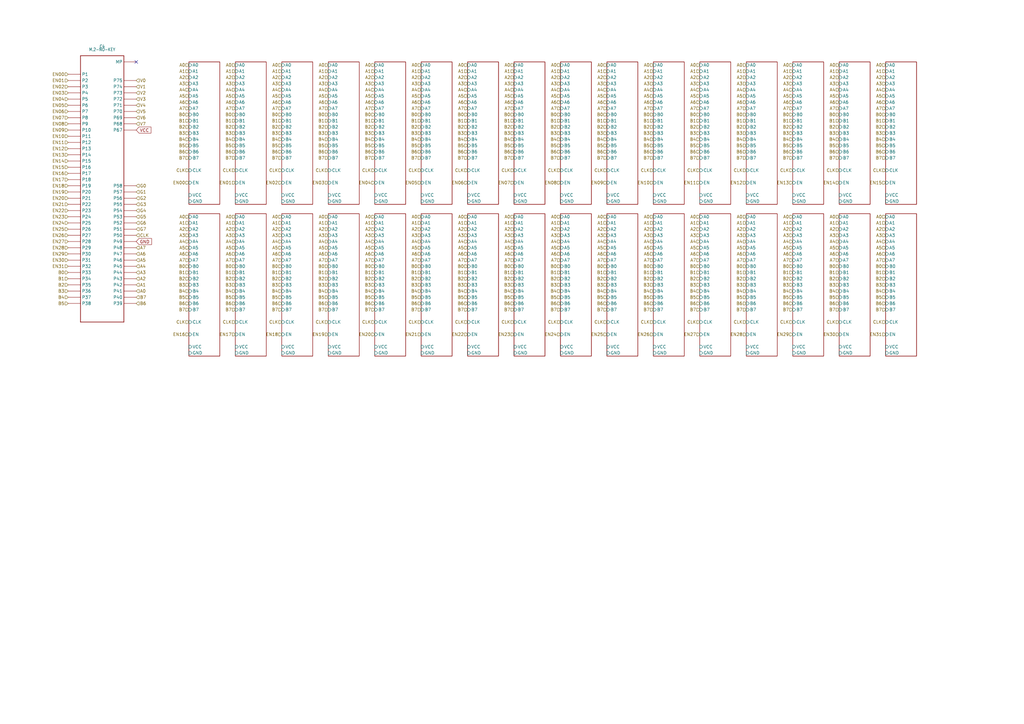
<source format=kicad_sch>
(kicad_sch (version 20250114) (generator "eeschema") (generator_version "9.0")
  (paper "A3")
  (lib_symbols
    (symbol "M.2-Templates-eagle-import:M.2-M-KEY"
      (property "Reference" "C" (at 0 109.474 0))
      (property "Value" "M.2-NO-KEY" (at 0 -2.54 0))
      (symbol "M.2-M-KEY_1_0"
        (pin bidirectional line (at -5.08 101.6 0) (length 5.08) (name "P1") (number "P$1"))
        (pin bidirectional line (at -5.08 99.06 0) (length 5.08) (name "P2") (number "P$2"))
        (pin bidirectional line (at -5.08 96.52 0) (length 5.08) (name "P3") (number "P$3"))
        (pin bidirectional line (at -5.08 93.98 0) (length 5.08) (name "P4") (number "P$4"))
        (pin bidirectional line (at -5.08 91.44 0) (length 5.08) (name "P5") (number "P$5"))
        (pin bidirectional line (at -5.08 88.9 0) (length 5.08) (name "P6") (number "P$6"))
        (pin bidirectional line (at -5.08 86.36 0) (length 5.08) (name "P7") (number "P$7"))
        (pin bidirectional line (at -5.08 83.82 0) (length 5.08) (name "P8") (number "P$8"))
        (pin bidirectional line (at -5.08 81.28 0) (length 5.08) (name "P9") (number "P$9"))
        (pin bidirectional line (at -5.08 78.74 0) (length 5.08) (name "P10") (number "P$10"))
        (pin bidirectional line (at -5.08 76.2 0) (length 5.08) (name "P11") (number "P$11"))
        (pin bidirectional line (at -5.08 73.66 0) (length 5.08) (name "P12") (number "P$12"))
        (pin bidirectional line (at -5.08 71.12 0) (length 5.08) (name "P13") (number "P$13"))
        (pin bidirectional line (at -5.08 68.58 0) (length 5.08) (name "P14") (number "P$14"))
        (pin bidirectional line (at -5.08 66.04 0) (length 5.08) (name "P15") (number "P$15"))
        (pin bidirectional line (at -5.08 63.5 0) (length 5.08) (name "P16") (number "P$16"))
        (pin bidirectional line (at -5.08 60.96 0) (length 5.08) (name "P17") (number "P$17"))
        (pin bidirectional line (at -5.08 58.42 0) (length 5.08) (name "P18") (number "P$18"))
        (pin bidirectional line (at -5.08 55.88 0) (length 5.08) (name "P19") (number "P$19"))
        (pin bidirectional line (at -5.08 53.34 0) (length 5.08) (name "P20") (number "P$20"))
        (pin bidirectional line (at -5.08 50.8 0) (length 5.08) (name "P21") (number "P$21"))
        (pin bidirectional line (at -5.08 48.26 0) (length 5.08) (name "P22") (number "P$22"))
        (pin bidirectional line (at -5.08 45.72 0) (length 5.08) (name "P23") (number "P$23"))
        (pin bidirectional line (at -5.08 43.18 0) (length 5.08) (name "P24") (number "P$24"))
        (pin bidirectional line (at -5.08 40.64 0) (length 5.08) (name "P25") (number "P$25"))
        (pin bidirectional line (at -5.08 38.1 0) (length 5.08) (name "P26") (number "P$26"))
        (pin bidirectional line (at -5.08 35.56 0) (length 5.08) (name "P27") (number "P$27"))
        (pin bidirectional line (at -5.08 33.02 0) (length 5.08) (name "P28") (number "P$28"))
        (pin bidirectional line (at -5.08 30.48 0) (length 5.08) (name "P29") (number "P$29"))
        (pin bidirectional line (at -5.08 27.94 0) (length 5.08) (name "P30") (number "P$30"))
        (pin bidirectional line (at -5.08 25.4 0) (length 5.08) (name "P31") (number "P$31"))
        (pin bidirectional line (at -5.08 22.86 0) (length 5.08) (name "P32") (number "P$32"))
        (pin bidirectional line (at -5.08 20.32 0) (length 5.08) (name "P33") (number "P$33"))
        (pin bidirectional line (at -5.08 17.78 0) (length 5.08) (name "P34") (number "P$34"))
        (pin bidirectional line (at -5.08 15.24 0) (length 5.08) (name "P35") (number "P$35"))
        (pin bidirectional line (at -5.08 12.7 0) (length 5.08) (name "P36") (number "P$36"))
        (pin bidirectional line (at -5.08 10.16 0) (length 5.08) (name "P37") (number "P$37"))
        (pin bidirectional line (at -5.08 7.62 0) (length 5.08) (name "P38") (number "P$38"))
        (pin bidirectional line (at 22.86 106.68 180) (length 5.08) (name "MP") (number "MOUNTING-HOLE"))
        (pin bidirectional line (at 22.86 99.06 180) (length 5.08) (name "P75") (number "P$75"))
        (pin bidirectional line (at 22.86 96.52 180) (length 5.08) (name "P74") (number "P$74"))
        (pin bidirectional line (at 22.86 93.98 180) (length 5.08) (name "P73") (number "P$73"))
        (pin bidirectional line (at 22.86 91.44 180) (length 5.08) (name "P72") (number "P$72"))
        (pin bidirectional line (at 22.86 88.9 180) (length 5.08) (name "P71") (number "P$71"))
        (pin bidirectional line (at 22.86 86.36 180) (length 5.08) (name "P70") (number "P$70"))
        (pin bidirectional line (at 22.86 83.82 180) (length 5.08) (name "P69") (number "P$69"))
        (pin bidirectional line (at 22.86 81.28 180) (length 5.08) (name "P68") (number "P$68"))
        (pin bidirectional line (at 22.86 78.74 180) (length 5.08) (name "P67") (number "P$67"))
        (pin bidirectional line (at 22.86 55.88 180) (length 5.08) (name "P58") (number "P$58"))
        (pin bidirectional line (at 22.86 53.34 180) (length 5.08) (name "P57") (number "P$57"))
        (pin bidirectional line (at 22.86 50.8 180) (length 5.08) (name "P56") (number "P$56"))
        (pin bidirectional line (at 22.86 48.26 180) (length 5.08) (name "P55") (number "P$55"))
        (pin bidirectional line (at 22.86 45.72 180) (length 5.08) (name "P54") (number "P$54"))
        (pin bidirectional line (at 22.86 43.18 180) (length 5.08) (name "P53") (number "P$53"))
        (pin bidirectional line (at 22.86 40.64 180) (length 5.08) (name "P52") (number "P$52"))
        (pin bidirectional line (at 22.86 38.1 180) (length 5.08) (name "P51") (number "P$51"))
        (pin bidirectional line (at 22.86 35.56 180) (length 5.08) (name "P50") (number "P$50"))
        (pin bidirectional line (at 22.86 33.02 180) (length 5.08) (name "P49") (number "P$49"))
        (pin bidirectional line (at 22.86 30.48 180) (length 5.08) (name "P48") (number "P$48"))
        (pin bidirectional line (at 22.86 27.94 180) (length 5.08) (name "P47") (number "P$47"))
        (pin bidirectional line (at 22.86 25.4 180) (length 5.08) (name "P46") (number "P$46"))
        (pin bidirectional line (at 22.86 22.86 180) (length 5.08) (name "P45") (number "P$45"))
        (pin bidirectional line (at 22.86 20.32 180) (length 5.08) (name "P44") (number "P$44"))
        (pin bidirectional line (at 22.86 17.78 180) (length 5.08) (name "P43") (number "P$43"))
        (pin bidirectional line (at 22.86 15.24 180) (length 5.08) (name "P42") (number "P$42"))
        (pin bidirectional line (at 22.86 12.7 180) (length 5.08) (name "P41") (number "P$41"))
        (pin bidirectional line (at 22.86 10.16 180) (length 5.08) (name "P40") (number "P$40"))
        (pin bidirectional line (at 22.86 7.62 180) (length 5.08) (name "P39") (number "P$39"))
      )
    )
  )
  (no_connect (at 55.88 25.4))
  (global_label "VCC" (shape input) (at 55.88 53.34 0) (property "Intersheetrefs" "${INTERSHEET_REFS}" (effects (hide yes))))
  (global_label "GND" (shape input) (at 55.88 99.06 0) (property "Intersheetrefs" "${INTERSHEET_REFS}" (effects (hide yes))))
  (hierarchical_label "B4" (shape input) (at 77.47 57.15 180))
  (hierarchical_label "B5" (shape input) (at 115.57 121.92 180))
  (hierarchical_label "CLK" (shape input) (at 267.97 69.85 180))
  (hierarchical_label "EN06" (shape input) (at 27.94 45.72 180))
  (hierarchical_label "A3" (shape input) (at 96.52 96.52 180))
  (hierarchical_label "A1" (shape input) (at 287.02 29.21 180))
  (hierarchical_label "V1" (shape input) (at 55.88 35.56 0))
  (hierarchical_label "A7" (shape input) (at 172.72 44.45 180))
  (hierarchical_label "B1" (shape input) (at 172.72 49.53 180))
  (hierarchical_label "A6" (shape input) (at 172.72 41.91 180))
  (hierarchical_label "B7" (shape input) (at 248.92 127 180))
  (hierarchical_label "B7" (shape input) (at 210.82 127 180))
  (hierarchical_label "A0" (shape input) (at 287.02 88.9 180))
  (hierarchical_label "A3" (shape input) (at 77.47 96.52 180))
  (hierarchical_label "A5" (shape input) (at 96.52 39.37 180))
  (hierarchical_label "CLK" (shape input) (at 344.17 132.08 180))
  (hierarchical_label "B2" (shape input) (at 153.67 114.3 180))
  (hierarchical_label "A1" (shape input) (at 210.82 29.21 180))
  (hierarchical_label "A6" (shape input) (at 248.92 41.91 180))
  (hierarchical_label "B4" (shape input) (at 191.77 57.15 180))
  (hierarchical_label "A1" (shape input) (at 77.47 29.21 180))
  (hierarchical_label "A4" (shape input) (at 191.77 99.06 180))
  (hierarchical_label "CLK" (shape input) (at 153.67 132.08 180))
  (hierarchical_label "B7" (shape input) (at 77.47 127 180))
  (hierarchical_label "B7" (shape input) (at 363.22 127 180))
  (hierarchical_label "A7" (shape input) (at 210.82 44.45 180))
  (hierarchical_label "B4" (shape input) (at 134.62 57.15 180))
  (hierarchical_label "CLK" (shape input) (at 191.77 132.08 180))
  (hierarchical_label "A2" (shape input) (at 191.77 93.98 180))
  (hierarchical_label "CLK" (shape input) (at 172.72 69.85 180))
  (hierarchical_label "A1" (shape input) (at 172.72 29.21 180))
  (hierarchical_label "B1" (shape input) (at 134.62 111.76 180))
  (hierarchical_label "A5" (shape input) (at 248.92 39.37 180))
  (hierarchical_label "B7" (shape input) (at 55.88 121.92 0))
  (hierarchical_label "B2" (shape input) (at 210.82 114.3 180))
  (hierarchical_label "A7" (shape input) (at 287.02 44.45 180))
  (hierarchical_label "B7" (shape input) (at 229.87 127 180))
  (hierarchical_label "EN15" (shape input) (at 363.22 74.93 180))
  (hierarchical_label "A7" (shape input) (at 344.17 44.45 180))
  (hierarchical_label "B5" (shape input) (at 96.52 121.92 180))
  (hierarchical_label "A0" (shape input) (at 210.82 26.67 180))
  (hierarchical_label "B5" (shape input) (at 363.22 59.69 180))
  (hierarchical_label "A5" (shape input) (at 191.77 101.6 180))
  (hierarchical_label "B5" (shape input) (at 287.02 121.92 180))
  (hierarchical_label "CLK" (shape input) (at 134.62 69.85 180))
  (hierarchical_label "A0" (shape input) (at 344.17 88.9 180))
  (hierarchical_label "A7" (shape input) (at 96.52 106.68 180))
  (hierarchical_label "B6" (shape input) (at 96.52 124.46 180))
  (hierarchical_label "EN12" (shape input) (at 306.07 74.93 180))
  (hierarchical_label "B6" (shape input) (at 248.92 62.23 180))
  (hierarchical_label "A0" (shape input) (at 363.22 88.9 180))
  (hierarchical_label "B5" (shape input) (at 172.72 121.92 180))
  (hierarchical_label "A7" (shape input) (at 267.97 106.68 180))
  (hierarchical_label "G6" (shape input) (at 55.88 91.44 0))
  (hierarchical_label "A5" (shape input) (at 191.77 39.37 180))
  (hierarchical_label "B7" (shape input) (at 134.62 127 180))
  (hierarchical_label "B3" (shape input) (at 115.57 116.84 180))
  (hierarchical_label "A0" (shape input) (at 115.57 88.9 180))
  (hierarchical_label "B2" (shape input) (at 210.82 52.07 180))
  (hierarchical_label "A2" (shape input) (at 306.07 31.75 180))
  (hierarchical_label "EN06" (shape input) (at 191.77 74.93 180))
  (hierarchical_label "EN23" (shape input) (at 210.82 137.16 180))
  (hierarchical_label "B2" (shape input) (at 287.02 52.07 180))
  (hierarchical_label "B0" (shape input) (at 153.67 109.22 180))
  (hierarchical_label "A6" (shape input) (at 267.97 41.91 180))
  (hierarchical_label "B0" (shape input) (at 344.17 46.99 180))
  (hierarchical_label "A1" (shape input) (at 134.62 29.21 180))
  (hierarchical_label "A6" (shape input) (at 344.17 41.91 180))
  (hierarchical_label "B7" (shape input) (at 115.57 127 180))
  (hierarchical_label "B5" (shape input) (at 191.77 121.92 180))
  (hierarchical_label "A3" (shape input) (at 229.87 96.52 180))
  (hierarchical_label "B3" (shape input) (at 306.07 116.84 180))
  (hierarchical_label "EN17" (shape input) (at 27.94 73.66 180))
  (hierarchical_label "CLK" (shape input) (at 77.47 69.85 180))
  (hierarchical_label "A6" (shape input) (at 229.87 104.14 180))
  (hierarchical_label "A2" (shape input) (at 267.97 93.98 180))
  (hierarchical_label "A4" (shape input) (at 306.07 36.83 180))
  (hierarchical_label "A5" (shape input) (at 115.57 101.6 180))
  (hierarchical_label "B1" (shape input) (at 172.72 111.76 180))
  (hierarchical_label "A3" (shape input) (at 55.88 111.76 0))
  (hierarchical_label "B5" (shape input) (at 344.17 59.69 180))
  (hierarchical_label "A7" (shape input) (at 115.57 106.68 180))
  (hierarchical_label "B3" (shape input) (at 325.12 116.84 180))
  (hierarchical_label "B4" (shape input) (at 229.87 57.15 180))
  (hierarchical_label "B2" (shape input) (at 248.92 114.3 180))
  (hierarchical_label "B5" (shape input) (at 210.82 59.69 180))
  (hierarchical_label "B1" (shape input) (at 229.87 49.53 180))
  (hierarchical_label "B3" (shape input) (at 77.47 54.61 180))
  (hierarchical_label "B3" (shape input) (at 344.17 116.84 180))
  (hierarchical_label "A4" (shape input) (at 134.62 36.83 180))
  (hierarchical_label "B3" (shape input) (at 325.12 54.61 180))
  (hierarchical_label "EN03" (shape input) (at 27.94 38.1 180))
  (hierarchical_label "B4" (shape input) (at 27.94 121.92 180))
  (hierarchical_label "B6" (shape input) (at 191.77 124.46 180))
  (hierarchical_label "A7" (shape input) (at 115.57 44.45 180))
  (hierarchical_label "B5" (shape input) (at 210.82 121.92 180))
  (hierarchical_label "A5" (shape input) (at 153.67 39.37 180))
  (hierarchical_label "B7" (shape input) (at 325.12 64.77 180))
  (hierarchical_label "EN31" (shape input) (at 27.94 109.22 180))
  (hierarchical_label "EN17" (shape input) (at 96.52 137.16 180))
  (hierarchical_label "B3" (shape input) (at 363.22 116.84 180))
  (hierarchical_label "B4" (shape input) (at 325.12 57.15 180))
  (hierarchical_label "B3" (shape input) (at 153.67 116.84 180))
  (hierarchical_label "CLK" (shape input) (at 96.52 69.85 180))
  (hierarchical_label "B6" (shape input) (at 77.47 124.46 180))
  (hierarchical_label "B6" (shape input) (at 363.22 124.46 180))
  (hierarchical_label "A6" (shape input) (at 77.47 104.14 180))
  (hierarchical_label "B2" (shape input) (at 172.72 114.3 180))
  (hierarchical_label "A7" (shape input) (at 363.22 44.45 180))
  (hierarchical_label "B2" (shape input) (at 267.97 114.3 180))
  (hierarchical_label "A5" (shape input) (at 248.92 101.6 180))
  (hierarchical_label "EN16" (shape input) (at 77.47 137.16 180))
  (hierarchical_label "CLK" (shape input) (at 363.22 132.08 180))
  (hierarchical_label "B7" (shape input) (at 153.67 127 180))
  (hierarchical_label "A0" (shape input) (at 134.62 26.67 180))
  (hierarchical_label "A2" (shape input) (at 77.47 93.98 180))
  (hierarchical_label "B1" (shape input) (at 267.97 49.53 180))
  (hierarchical_label "B1" (shape input) (at 77.47 111.76 180))
  (hierarchical_label "B0" (shape input) (at 287.02 109.22 180))
  (hierarchical_label "B0" (shape input) (at 27.94 111.76 180))
  (hierarchical_label "A0" (shape input) (at 287.02 26.67 180))
  (hierarchical_label "B7" (shape input) (at 96.52 127 180))
  (hierarchical_label "B1" (shape input) (at 191.77 49.53 180))
  (hierarchical_label "B5" (shape input) (at 153.67 121.92 180))
  (hierarchical_label "A1" (shape input) (at 115.57 29.21 180))
  (hierarchical_label "A1" (shape input) (at 287.02 91.44 180))
  (hierarchical_label "B2" (shape input) (at 363.22 52.07 180))
  (hierarchical_label "A6" (shape input) (at 153.67 104.14 180))
  (hierarchical_label "B5" (shape input) (at 306.07 59.69 180))
  (hierarchical_label "CLK" (shape input) (at 229.87 132.08 180))
  (hierarchical_label "B1" (shape input) (at 325.12 111.76 180))
  (hierarchical_label "V4" (shape input) (at 55.88 43.18 0))
  (hierarchical_label "CLK" (shape input) (at 325.12 69.85 180))
  (hierarchical_label "A2" (shape input) (at 210.82 31.75 180))
  (hierarchical_label "B4" (shape input) (at 363.22 57.15 180))
  (hierarchical_label "B6" (shape input) (at 115.57 62.23 180))
  (hierarchical_label "B1" (shape input) (at 363.22 111.76 180))
  (hierarchical_label "A2" (shape input) (at 115.57 31.75 180))
  (hierarchical_label "B2" (shape input) (at 325.12 114.3 180))
  (hierarchical_label "B4" (shape input) (at 153.67 119.38 180))
  (hierarchical_label "A4" (shape input) (at 267.97 36.83 180))
  (hierarchical_label "EN09" (shape input) (at 248.92 74.93 180))
  (hierarchical_label "A7" (shape input) (at 77.47 106.68 180))
  (hierarchical_label "B5" (shape input) (at 229.87 121.92 180))
  (hierarchical_label "B5" (shape input) (at 134.62 121.92 180))
  (hierarchical_label "A7" (shape input) (at 172.72 106.68 180))
  (hierarchical_label "B1" (shape input) (at 153.67 111.76 180))
  (hierarchical_label "B4" (shape input) (at 210.82 57.15 180))
  (hierarchical_label "B5" (shape input) (at 172.72 59.69 180))
  (hierarchical_label "A3" (shape input) (at 153.67 96.52 180))
  (hierarchical_label "A0" (shape input) (at 153.67 88.9 180))
  (hierarchical_label "A3" (shape input) (at 344.17 96.52 180))
  (hierarchical_label "EN00" (shape input) (at 77.47 74.93 180))
  (hierarchical_label "A4" (shape input) (at 96.52 99.06 180))
  (hierarchical_label "A0" (shape input) (at 344.17 26.67 180))
  (hierarchical_label "A7" (shape input) (at 229.87 44.45 180))
  (hierarchical_label "A5" (shape input) (at 267.97 39.37 180))
  (hierarchical_label "B6" (shape input) (at 153.67 124.46 180))
  (hierarchical_label "B7" (shape input) (at 77.47 64.77 180))
  (hierarchical_label "A7" (shape input) (at 191.77 44.45 180))
  (hierarchical_label "EN25" (shape input) (at 27.94 93.98 180))
  (hierarchical_label "B5" (shape input) (at 287.02 59.69 180))
  (hierarchical_label "EN08" (shape input) (at 27.94 50.8 180))
  (hierarchical_label "A1" (shape input) (at 363.22 29.21 180))
  (hierarchical_label "A3" (shape input) (at 210.82 34.29 180))
  (hierarchical_label "A4" (shape input) (at 344.17 99.06 180))
  (hierarchical_label "B3" (shape input) (at 77.47 116.84 180))
  (hierarchical_label "A1" (shape input) (at 229.87 29.21 180))
  (hierarchical_label "A5" (shape input) (at 210.82 39.37 180))
  (hierarchical_label "CLK" (shape input) (at 55.88 96.52 0))
  (hierarchical_label "B6" (shape input) (at 153.67 62.23 180))
  (hierarchical_label "A5" (shape input) (at 134.62 39.37 180))
  (hierarchical_label "A5" (shape input) (at 306.07 101.6 180))
  (hierarchical_label "A3" (shape input) (at 344.17 34.29 180))
  (hierarchical_label "EN20" (shape input) (at 153.67 137.16 180))
  (hierarchical_label "A0" (shape input) (at 172.72 26.67 180))
  (hierarchical_label "A3" (shape input) (at 363.22 96.52 180))
  (hierarchical_label "A3" (shape input) (at 115.57 34.29 180))
  (hierarchical_label "CLK" (shape input) (at 306.07 132.08 180))
  (hierarchical_label "CLK" (shape input) (at 96.52 132.08 180))
  (hierarchical_label "B0" (shape input) (at 287.02 46.99 180))
  (hierarchical_label "A1" (shape input) (at 267.97 29.21 180))
  (hierarchical_label "B0" (shape input) (at 134.62 109.22 180))
  (hierarchical_label "B6" (shape input) (at 267.97 62.23 180))
  (hierarchical_label "A3" (shape input) (at 325.12 96.52 180))
  (hierarchical_label "A4" (shape input) (at 172.72 99.06 180))
  (hierarchical_label "V2" (shape input) (at 55.88 38.1 0))
  (hierarchical_label "B4" (shape input) (at 267.97 57.15 180))
  (hierarchical_label "A6" (shape input) (at 191.77 104.14 180))
  (hierarchical_label "A2" (shape input) (at 229.87 31.75 180))
  (hierarchical_label "B5" (shape input) (at 77.47 59.69 180))
  (hierarchical_label "CLK" (shape input) (at 248.92 69.85 180))
  (hierarchical_label "B7" (shape input) (at 115.57 64.77 180))
  (hierarchical_label "B3" (shape input) (at 172.72 54.61 180))
  (hierarchical_label "B7" (shape input) (at 344.17 127 180))
  (hierarchical_label "B1" (shape input) (at 267.97 111.76 180))
  (hierarchical_label "B2" (shape input) (at 134.62 52.07 180))
  (hierarchical_label "A2" (shape input) (at 229.87 93.98 180))
  (hierarchical_label "A1" (shape input) (at 134.62 91.44 180))
  (hierarchical_label "A1" (shape input) (at 325.12 29.21 180))
  (hierarchical_label "A5" (shape input) (at 344.17 39.37 180))
  (hierarchical_label "B3" (shape input) (at 115.57 54.61 180))
  (hierarchical_label "A7" (shape input) (at 325.12 106.68 180))
  (hierarchical_label "A7" (shape input) (at 153.67 106.68 180))
  (hierarchical_label "CLK" (shape input) (at 115.57 132.08 180))
  (hierarchical_label "EN05" (shape input) (at 27.94 43.18 180))
  (hierarchical_label "A2" (shape input) (at 55.88 114.3 0))
  (hierarchical_label "B0" (shape input) (at 344.17 109.22 180))
  (hierarchical_label "B3" (shape input) (at 287.02 116.84 180))
  (hierarchical_label "B4" (shape input) (at 267.97 119.38 180))
  (hierarchical_label "B6" (shape input) (at 172.72 124.46 180))
  (hierarchical_label "B1" (shape input) (at 115.57 111.76 180))
  (hierarchical_label "EN00" (shape input) (at 27.94 30.48 180))
  (hierarchical_label "A3" (shape input) (at 115.57 96.52 180))
  (hierarchical_label "A6" (shape input) (at 77.47 41.91 180))
  (hierarchical_label "B0" (shape input) (at 153.67 46.99 180))
  (hierarchical_label "B2" (shape input) (at 96.52 52.07 180))
  (hierarchical_label "EN13" (shape input) (at 325.12 74.93 180))
  (hierarchical_label "EN30" (shape input) (at 344.17 137.16 180))
  (hierarchical_label "G0" (shape input) (at 55.88 76.2 0))
  (hierarchical_label "B4" (shape input) (at 229.87 119.38 180))
  (hierarchical_label "A1" (shape input) (at 363.22 91.44 180))
  (hierarchical_label "EN30" (shape input) (at 27.94 106.68 180))
  (hierarchical_label "A1" (shape input) (at 267.97 91.44 180))
  (hierarchical_label "CLK" (shape input) (at 363.22 69.85 180))
  (hierarchical_label "A2" (shape input) (at 134.62 93.98 180))
  (hierarchical_label "EN04" (shape input) (at 27.94 40.64 180))
  (hierarchical_label "G1" (shape input) (at 55.88 78.74 0))
  (hierarchical_label "B3" (shape input) (at 267.97 54.61 180))
  (hierarchical_label "A3" (shape input) (at 134.62 96.52 180))
  (hierarchical_label "CLK" (shape input) (at 325.12 132.08 180))
  (hierarchical_label "V0" (shape input) (at 55.88 33.02 0))
  (hierarchical_label "B6" (shape input) (at 77.47 62.23 180))
  (hierarchical_label "EN22" (shape input) (at 27.94 86.36 180))
  (hierarchical_label "A3" (shape input) (at 325.12 34.29 180))
  (hierarchical_label "B6" (shape input) (at 306.07 62.23 180))
  (hierarchical_label "A0" (shape input) (at 267.97 88.9 180))
  (hierarchical_label "A4" (shape input) (at 344.17 36.83 180))
  (hierarchical_label "B0" (shape input) (at 229.87 109.22 180))
  (hierarchical_label "A2" (shape input) (at 344.17 31.75 180))
  (hierarchical_label "A0" (shape input) (at 96.52 88.9 180))
  (hierarchical_label "B2" (shape input) (at 191.77 114.3 180))
  (hierarchical_label "B0" (shape input) (at 115.57 46.99 180))
  (hierarchical_label "EN10" (shape input) (at 27.94 55.88 180))
  (hierarchical_label "B5" (shape input) (at 27.94 124.46 180))
  (hierarchical_label "A4" (shape input) (at 363.22 36.83 180))
  (hierarchical_label "EN25" (shape input) (at 248.92 137.16 180))
  (hierarchical_label "B4" (shape input) (at 287.02 57.15 180))
  (hierarchical_label "B0" (shape input) (at 96.52 46.99 180))
  (hierarchical_label "A7" (shape input) (at 229.87 106.68 180))
  (hierarchical_label "B4" (shape input) (at 248.92 57.15 180))
  (hierarchical_label "A3" (shape input) (at 134.62 34.29 180))
  (hierarchical_label "CLK" (shape input) (at 344.17 69.85 180))
  (hierarchical_label "A5" (shape input) (at 153.67 101.6 180))
  (hierarchical_label "A2" (shape input) (at 153.67 31.75 180))
  (hierarchical_label "B4" (shape input) (at 77.47 119.38 180))
  (hierarchical_label "B3" (shape input) (at 134.62 54.61 180))
  (hierarchical_label "B5" (shape input) (at 248.92 59.69 180))
  (hierarchical_label "A7" (shape input) (at 248.92 106.68 180))
  (hierarchical_label "EN14" (shape input) (at 27.94 66.04 180))
  (hierarchical_label "A1" (shape input) (at 191.77 29.21 180))
  (hierarchical_label "A2" (shape input) (at 191.77 31.75 180))
  (hierarchical_label "V3" (shape input) (at 55.88 40.64 0))
  (hierarchical_label "EN26" (shape input) (at 27.94 96.52 180))
  (hierarchical_label "B6" (shape input) (at 344.17 62.23 180))
  (hierarchical_label "EN23" (shape input) (at 27.94 88.9 180))
  (hierarchical_label "B6" (shape input) (at 325.12 62.23 180))
  (hierarchical_label "EN18" (shape input) (at 115.57 137.16 180))
  (hierarchical_label "EN07" (shape input) (at 27.94 48.26 180))
  (hierarchical_label "B4" (shape input) (at 172.72 57.15 180))
  (hierarchical_label "A5" (shape input) (at 325.12 39.37 180))
  (hierarchical_label "EN26" (shape input) (at 267.97 137.16 180))
  (hierarchical_label "B2" (shape input) (at 191.77 52.07 180))
  (hierarchical_label "A2" (shape input) (at 267.97 31.75 180))
  (hierarchical_label "EN28" (shape input) (at 306.07 137.16 180))
  (hierarchical_label "A6" (shape input) (at 306.07 104.14 180))
  (hierarchical_label "B5" (shape input) (at 325.12 121.92 180))
  (hierarchical_label "B0" (shape input) (at 229.87 46.99 180))
  (hierarchical_label "B1" (shape input) (at 153.67 49.53 180))
  (hierarchical_label "B7" (shape input) (at 172.72 127 180))
  (hierarchical_label "B2" (shape input) (at 77.47 52.07 180))
  (hierarchical_label "A1" (shape input) (at 153.67 29.21 180))
  (hierarchical_label "B3" (shape input) (at 267.97 116.84 180))
  (hierarchical_label "A2" (shape input) (at 306.07 93.98 180))
  (hierarchical_label "A5" (shape input) (at 55.88 106.68 0))
  (hierarchical_label "B2" (shape input) (at 134.62 114.3 180))
  (hierarchical_label "B6" (shape input) (at 134.62 62.23 180))
  (hierarchical_label "A4" (shape input) (at 172.72 36.83 180))
  (hierarchical_label "B7" (shape input) (at 134.62 64.77 180))
  (hierarchical_label "A4" (shape input) (at 248.92 99.06 180))
  (hierarchical_label "B5" (shape input) (at 115.57 59.69 180))
  (hierarchical_label "A1" (shape input) (at 191.77 91.44 180))
  (hierarchical_label "B0" (shape input) (at 248.92 46.99 180))
  (hierarchical_label "B4" (shape input) (at 306.07 119.38 180))
  (hierarchical_label "B6" (shape input) (at 115.57 124.46 180))
  (hierarchical_label "G4" (shape input) (at 55.88 86.36 0))
  (hierarchical_label "EN19" (shape input) (at 27.94 78.74 180))
  (hierarchical_label "A6" (shape input) (at 172.72 104.14 180))
  (hierarchical_label "A1" (shape input) (at 96.52 29.21 180))
  (hierarchical_label "A3" (shape input) (at 287.02 34.29 180))
  (hierarchical_label "B4" (shape input) (at 248.92 119.38 180))
  (hierarchical_label "B4" (shape input) (at 210.82 119.38 180))
  (hierarchical_label "A0" (shape input) (at 153.67 26.67 180))
  (hierarchical_label "EN22" (shape input) (at 191.77 137.16 180))
  (hierarchical_label "A7" (shape input) (at 96.52 44.45 180))
  (hierarchical_label "A2" (shape input) (at 153.67 93.98 180))
  (hierarchical_label "B6" (shape input) (at 210.82 124.46 180))
  (hierarchical_label "A2" (shape input) (at 248.92 93.98 180))
  (hierarchical_label "B2" (shape input) (at 344.17 52.07 180))
  (hierarchical_label "B6" (shape input) (at 229.87 124.46 180))
  (hierarchical_label "B6" (shape input) (at 248.92 124.46 180))
  (hierarchical_label "B7" (shape input) (at 344.17 64.77 180))
  (hierarchical_label "A7" (shape input) (at 153.67 44.45 180))
  (hierarchical_label "B4" (shape input) (at 96.52 57.15 180))
  (hierarchical_label "B2" (shape input) (at 248.92 52.07 180))
  (hierarchical_label "A5" (shape input) (at 229.87 101.6 180))
  (hierarchical_label "A0" (shape input) (at 55.88 119.38 0))
  (hierarchical_label "A5" (shape input) (at 115.57 39.37 180))
  (hierarchical_label "A3" (shape input) (at 172.72 34.29 180))
  (hierarchical_label "B3" (shape input) (at 191.77 116.84 180))
  (hierarchical_label "B5" (shape input) (at 267.97 121.92 180))
  (hierarchical_label "A4" (shape input) (at 55.88 109.22 0))
  (hierarchical_label "A1" (shape input) (at 248.92 91.44 180))
  (hierarchical_label "B2" (shape input) (at 153.67 52.07 180))
  (hierarchical_label "A5" (shape input) (at 77.47 39.37 180))
  (hierarchical_label "B1" (shape input) (at 229.87 111.76 180))
  (hierarchical_label "A1" (shape input) (at 229.87 91.44 180))
  (hierarchical_label "A2" (shape input) (at 115.57 93.98 180))
  (hierarchical_label "A2" (shape input) (at 287.02 93.98 180))
  (hierarchical_label "B4" (shape input) (at 153.67 57.15 180))
  (hierarchical_label "EN18" (shape input) (at 27.94 76.2 180))
  (hierarchical_label "A6" (shape input) (at 287.02 41.91 180))
  (hierarchical_label "A3" (shape input) (at 77.47 34.29 180))
  (hierarchical_label "EN24" (shape input) (at 27.94 91.44 180))
  (hierarchical_label "B2" (shape input) (at 287.02 114.3 180))
  (hierarchical_label "EN02" (shape input) (at 27.94 35.56 180))
  (hierarchical_label "B3" (shape input) (at 248.92 54.61 180))
  (hierarchical_label "A7" (shape input) (at 363.22 106.68 180))
  (hierarchical_label "B0" (shape input) (at 306.07 109.22 180))
  (hierarchical_label "B7" (shape input) (at 191.77 64.77 180))
  (hierarchical_label "CLK" (shape input) (at 77.47 132.08 180))
  (hierarchical_label "B4" (shape input) (at 115.57 119.38 180))
  (hierarchical_label "B6" (shape input) (at 172.72 62.23 180))
  (hierarchical_label "B3" (shape input) (at 229.87 54.61 180))
  (hierarchical_label "A1" (shape input) (at 210.82 91.44 180))
  (hierarchical_label "B3" (shape input) (at 134.62 116.84 180))
  (hierarchical_label "B1" (shape input) (at 306.07 111.76 180))
  (hierarchical_label "B1" (shape input) (at 248.92 49.53 180))
  (hierarchical_label "B7" (shape input) (at 306.07 64.77 180))
  (hierarchical_label "EN09" (shape input) (at 27.94 53.34 180))
  (hierarchical_label "B2" (shape input) (at 172.72 52.07 180))
  (hierarchical_label "B5" (shape input) (at 134.62 59.69 180))
  (hierarchical_label "B3" (shape input) (at 210.82 116.84 180))
  (hierarchical_label "A3" (shape input) (at 287.02 96.52 180))
  (hierarchical_label "B6" (shape input) (at 287.02 124.46 180))
  (hierarchical_label "A6" (shape input) (at 344.17 104.14 180))
  (hierarchical_label "EN21" (shape input) (at 172.72 137.16 180))
  (hierarchical_label "EN10" (shape input) (at 267.97 74.93 180))
  (hierarchical_label "A2" (shape input) (at 325.12 31.75 180))
  (hierarchical_label "B0" (shape input) (at 96.52 109.22 180))
  (hierarchical_label "B2" (shape input) (at 306.07 114.3 180))
  (hierarchical_label "B7" (shape input) (at 191.77 127 180))
  (hierarchical_label "A6" (shape input) (at 96.52 104.14 180))
  (hierarchical_label "B4" (shape input) (at 191.77 119.38 180))
  (hierarchical_label "EN12" (shape input) (at 27.94 60.96 180))
  (hierarchical_label "A6" (shape input) (at 96.52 41.91 180))
  (hierarchical_label "B3" (shape input) (at 96.52 116.84 180))
  (hierarchical_label "B1" (shape input) (at 325.12 49.53 180))
  (hierarchical_label "CLK" (shape input) (at 287.02 69.85 180))
  (hierarchical_label "A4" (shape input) (at 325.12 99.06 180))
  (hierarchical_label "A4" (shape input) (at 96.52 36.83 180))
  (hierarchical_label "EN15" (shape input) (at 27.94 68.58 180))
  (hierarchical_label "CLK" (shape input) (at 134.62 132.08 180))
  (hierarchical_label "A5" (shape input) (at 210.82 101.6 180))
  (hierarchical_label "A4" (shape input) (at 115.57 36.83 180))
  (hierarchical_label "A0" (shape input) (at 306.07 88.9 180))
  (hierarchical_label "G5" (shape input) (at 55.88 88.9 0))
  (hierarchical_label "B1" (shape input) (at 134.62 49.53 180))
  (hierarchical_label "B0" (shape input) (at 363.22 46.99 180))
  (hierarchical_label "A0" (shape input) (at 96.52 26.67 180))
  (hierarchical_label "A0" (shape input) (at 172.72 88.9 180))
  (hierarchical_label "A5" (shape input) (at 363.22 39.37 180))
  (hierarchical_label "A3" (shape input) (at 306.07 96.52 180))
  (hierarchical_label "A4" (shape input) (at 267.97 99.06 180))
  (hierarchical_label "A5" (shape input) (at 344.17 101.6 180))
  (hierarchical_label "B6" (shape input) (at 325.12 124.46 180))
  (hierarchical_label "EN08" (shape input) (at 229.87 74.93 180))
  (hierarchical_label "CLK" (shape input) (at 172.72 132.08 180))
  (hierarchical_label "CLK" (shape input) (at 229.87 69.85 180))
  (hierarchical_label "B7" (shape input) (at 267.97 127 180))
  (hierarchical_label "EN28" (shape input) (at 27.94 101.6 180))
  (hierarchical_label "B5" (shape input) (at 77.47 121.92 180))
  (hierarchical_label "A2" (shape input) (at 363.22 93.98 180))
  (hierarchical_label "B0" (shape input) (at 363.22 109.22 180))
  (hierarchical_label "A6" (shape input) (at 55.88 104.14 0))
  (hierarchical_label "A2" (shape input) (at 172.72 31.75 180))
  (hierarchical_label "A7" (shape input) (at 191.77 106.68 180))
  (hierarchical_label "B4" (shape input) (at 96.52 119.38 180))
  (hierarchical_label "CLK" (shape input) (at 191.77 69.85 180))
  (hierarchical_label "B7" (shape input) (at 96.52 64.77 180))
  (hierarchical_label "A0" (shape input) (at 248.92 88.9 180))
  (hierarchical_label "B7" (shape input) (at 172.72 64.77 180))
  (hierarchical_label "A6" (shape input) (at 210.82 41.91 180))
  (hierarchical_label "A5" (shape input) (at 306.07 39.37 180))
  (hierarchical_label "A7" (shape input) (at 134.62 44.45 180))
  (hierarchical_label "G2" (shape input) (at 55.88 81.28 0))
  (hierarchical_label "B3" (shape input) (at 27.94 119.38 180))
  (hierarchical_label "A0" (shape input) (at 191.77 26.67 180))
  (hierarchical_label "B1" (shape input) (at 344.17 111.76 180))
  (hierarchical_label "A7" (shape input) (at 287.02 106.68 180))
  (hierarchical_label "A2" (shape input) (at 172.72 93.98 180))
  (hierarchical_label "B4" (shape input) (at 172.72 119.38 180))
  (hierarchical_label "CLK" (shape input) (at 210.82 132.08 180))
  (hierarchical_label "A6" (shape input) (at 210.82 104.14 180))
  (hierarchical_label "B2" (shape input) (at 344.17 114.3 180))
  (hierarchical_label "CLK" (shape input) (at 287.02 132.08 180))
  (hierarchical_label "EN04" (shape input) (at 153.67 74.93 180))
  (hierarchical_label "A5" (shape input) (at 77.47 101.6 180))
  (hierarchical_label "EN13" (shape input) (at 27.94 63.5 180))
  (hierarchical_label "V7" (shape input) (at 55.88 50.8 0))
  (hierarchical_label "CLK" (shape input) (at 210.82 69.85 180))
  (hierarchical_label "B1" (shape input) (at 344.17 49.53 180))
  (hierarchical_label "EN14" (shape input) (at 344.17 74.93 180))
  (hierarchical_label "A6" (shape input) (at 306.07 41.91 180))
  (hierarchical_label "B1" (shape input) (at 115.57 49.53 180))
  (hierarchical_label "G3" (shape input) (at 55.88 83.82 0))
  (hierarchical_label "B0" (shape input) (at 191.77 109.22 180))
  (hierarchical_label "EN11" (shape input) (at 27.94 58.42 180))
  (hierarchical_label "B1" (shape input) (at 27.94 114.3 180))
  (hierarchical_label "A6" (shape input) (at 363.22 41.91 180))
  (hierarchical_label "B0" (shape input) (at 172.72 109.22 180))
  (hierarchical_label "A7" (shape input) (at 267.97 44.45 180))
  (hierarchical_label "A2" (shape input) (at 134.62 31.75 180))
  (hierarchical_label "EN07" (shape input) (at 210.82 74.93 180))
  (hierarchical_label "A0" (shape input) (at 191.77 88.9 180))
  (hierarchical_label "B7" (shape input) (at 229.87 64.77 180))
  (hierarchical_label "A1" (shape input) (at 153.67 91.44 180))
  (hierarchical_label "A4" (shape input) (at 210.82 36.83 180))
  (hierarchical_label "CLK" (shape input) (at 306.07 69.85 180))
  (hierarchical_label "B6" (shape input) (at 363.22 62.23 180))
  (hierarchical_label "B2" (shape input) (at 115.57 52.07 180))
  (hierarchical_label "B1" (shape input) (at 287.02 49.53 180))
  (hierarchical_label "A4" (shape input) (at 287.02 36.83 180))
  (hierarchical_label "A0" (shape input) (at 325.12 26.67 180))
  (hierarchical_label "B7" (shape input) (at 287.02 127 180))
  (hierarchical_label "A3" (shape input) (at 153.67 34.29 180))
  (hierarchical_label "A7" (shape input) (at 306.07 44.45 180))
  (hierarchical_label "CLK" (shape input) (at 153.67 69.85 180))
  (hierarchical_label "A3" (shape input) (at 191.77 96.52 180))
  (hierarchical_label "B4" (shape input) (at 115.57 57.15 180))
  (hierarchical_label "A2" (shape input) (at 344.17 93.98 180))
  (hierarchical_label "B0" (shape input) (at 325.12 46.99 180))
  (hierarchical_label "B3" (shape input) (at 344.17 54.61 180))
  (hierarchical_label "B6" (shape input) (at 306.07 124.46 180))
  (hierarchical_label "B3" (shape input) (at 248.92 116.84 180))
  (hierarchical_label "B1" (shape input) (at 363.22 49.53 180))
  (hierarchical_label "B1" (shape input) (at 210.82 49.53 180))
  (hierarchical_label "A1" (shape input) (at 306.07 29.21 180))
  (hierarchical_label "A4" (shape input) (at 248.92 36.83 180))
  (hierarchical_label "B0" (shape input) (at 306.07 46.99 180))
  (hierarchical_label "B3" (shape input) (at 191.77 54.61 180))
  (hierarchical_label "A2" (shape input) (at 96.52 93.98 180))
  (hierarchical_label "B2" (shape input) (at 229.87 52.07 180))
  (hierarchical_label "EN16" (shape input) (at 27.94 71.12 180))
  (hierarchical_label "B3" (shape input) (at 363.22 54.61 180))
  (hierarchical_label "B7" (shape input) (at 306.07 127 180))
  (hierarchical_label "B6" (shape input) (at 55.88 124.46 0))
  (hierarchical_label "B2" (shape input) (at 115.57 114.3 180))
  (hierarchical_label "A7" (shape input) (at 77.47 44.45 180))
  (hierarchical_label "B0" (shape input) (at 210.82 46.99 180))
  (hierarchical_label "B7" (shape input) (at 153.67 64.77 180))
  (hierarchical_label "A1" (shape input) (at 77.47 91.44 180))
  (hierarchical_label "A5" (shape input) (at 172.72 101.6 180))
  (hierarchical_label "A4" (shape input) (at 191.77 36.83 180))
  (hierarchical_label "B6" (shape input) (at 267.97 124.46 180))
  (hierarchical_label "B1" (shape input) (at 96.52 49.53 180))
  (hierarchical_label "B2" (shape input) (at 306.07 52.07 180))
  (hierarchical_label "A4" (shape input) (at 306.07 99.06 180))
  (hierarchical_label "A6" (shape input) (at 267.97 104.14 180))
  (hierarchical_label "B3" (shape input) (at 210.82 54.61 180))
  (hierarchical_label "A5" (shape input) (at 96.52 101.6 180))
  (hierarchical_label "EN01" (shape input) (at 96.52 74.93 180))
  (hierarchical_label "B5" (shape input) (at 191.77 59.69 180))
  (hierarchical_label "A6" (shape input) (at 248.92 104.14 180))
  (hierarchical_label "B2" (shape input) (at 325.12 52.07 180))
  (hierarchical_label "B6" (shape input) (at 191.77 62.23 180))
  (hierarchical_label "A6" (shape input) (at 134.62 104.14 180))
  (hierarchical_label "A0" (shape input) (at 134.62 88.9 180))
  (hierarchical_label "A7" (shape input) (at 306.07 106.68 180))
  (hierarchical_label "B2" (shape input) (at 267.97 52.07 180))
  (hierarchical_label "A7" (shape input) (at 344.17 106.68 180))
  (hierarchical_label "A5" (shape input) (at 287.02 39.37 180))
  (hierarchical_label "A7" (shape input) (at 134.62 106.68 180))
  (hierarchical_label "EN01" (shape input) (at 27.94 33.02 180))
  (hierarchical_label "EN27" (shape input) (at 27.94 99.06 180))
  (hierarchical_label "B3" (shape input) (at 229.87 116.84 180))
  (hierarchical_label "A4" (shape input) (at 363.22 99.06 180))
  (hierarchical_label "A5" (shape input) (at 363.22 101.6 180))
  (hierarchical_label "B4" (shape input) (at 344.17 57.15 180))
  (hierarchical_label "B7" (shape input) (at 267.97 64.77 180))
  (hierarchical_label "B1" (shape input) (at 77.47 49.53 180))
  (hierarchical_label "A7" (shape input) (at 55.88 101.6 0))
  (hierarchical_label "A0" (shape input) (at 77.47 88.9 180))
  (hierarchical_label "A3" (shape input) (at 96.52 34.29 180))
  (hierarchical_label "B5" (shape input) (at 306.07 121.92 180))
  (hierarchical_label "B5" (shape input) (at 248.92 121.92 180))
  (hierarchical_label "B4" (shape input) (at 363.22 119.38 180))
  (hierarchical_label "A4" (shape input) (at 153.67 99.06 180))
  (hierarchical_label "A3" (shape input) (at 363.22 34.29 180))
  (hierarchical_label "A0" (shape input) (at 325.12 88.9 180))
  (hierarchical_label "A0" (shape input) (at 229.87 26.67 180))
  (hierarchical_label "A0" (shape input) (at 267.97 26.67 180))
  (hierarchical_label "B3" (shape input) (at 96.52 54.61 180))
  (hierarchical_label "B5" (shape input) (at 267.97 59.69 180))
  (hierarchical_label "A0" (shape input) (at 248.92 26.67 180))
  (hierarchical_label "A3" (shape input) (at 229.87 34.29 180))
  (hierarchical_label "A7" (shape input) (at 325.12 44.45 180))
  (hierarchical_label "B0" (shape input) (at 267.97 109.22 180))
  (hierarchical_label "A0" (shape input) (at 77.47 26.67 180))
  (hierarchical_label "B6" (shape input) (at 96.52 62.23 180))
  (hierarchical_label "A5" (shape input) (at 267.97 101.6 180))
  (hierarchical_label "B0" (shape input) (at 267.97 46.99 180))
  (hierarchical_label "A6" (shape input) (at 115.57 41.91 180))
  (hierarchical_label "A6" (shape input) (at 287.02 104.14 180))
  (hierarchical_label "EN21" (shape input) (at 27.94 83.82 180))
  (hierarchical_label "B5" (shape input) (at 325.12 59.69 180))
  (hierarchical_label "B1" (shape input) (at 96.52 111.76 180))
  (hierarchical_label "EN03" (shape input) (at 134.62 74.93 180))
  (hierarchical_label "A0" (shape input) (at 210.82 88.9 180))
  (hierarchical_label "G7" (shape input) (at 55.88 93.98 0))
  (hierarchical_label "B7" (shape input) (at 287.02 64.77 180))
  (hierarchical_label "A3" (shape input) (at 267.97 34.29 180))
  (hierarchical_label "B7" (shape input) (at 363.22 64.77 180))
  (hierarchical_label "EN02" (shape input) (at 115.57 74.93 180))
  (hierarchical_label "B4" (shape input) (at 306.07 57.15 180))
  (hierarchical_label "B7" (shape input) (at 210.82 64.77 180))
  (hierarchical_label "B0" (shape input) (at 115.57 109.22 180))
  (hierarchical_label "B2" (shape input) (at 96.52 114.3 180))
  (hierarchical_label "A6" (shape input) (at 363.22 104.14 180))
  (hierarchical_label "EN11" (shape input) (at 287.02 74.93 180))
  (hierarchical_label "A4" (shape input) (at 210.82 99.06 180))
  (hierarchical_label "B6" (shape input) (at 287.02 62.23 180))
  (hierarchical_label "A5" (shape input) (at 325.12 101.6 180))
  (hierarchical_label "A3" (shape input) (at 172.72 96.52 180))
  (hierarchical_label "A2" (shape input) (at 96.52 31.75 180))
  (hierarchical_label "A1" (shape input) (at 306.07 91.44 180))
  (hierarchical_label "A5" (shape input) (at 287.02 101.6 180))
  (hierarchical_label "A2" (shape input) (at 210.82 93.98 180))
  (hierarchical_label "B1" (shape input) (at 287.02 111.76 180))
  (hierarchical_label "B1" (shape input) (at 248.92 111.76 180))
  (hierarchical_label "A4" (shape input) (at 229.87 36.83 180))
  (hierarchical_label "A3" (shape input) (at 248.92 34.29 180))
  (hierarchical_label "A6" (shape input) (at 325.12 104.14 180))
  (hierarchical_label "A2" (shape input) (at 248.92 31.75 180))
  (hierarchical_label "A4" (shape input) (at 153.67 36.83 180))
  (hierarchical_label "B1" (shape input) (at 191.77 111.76 180))
  (hierarchical_label "B6" (shape input) (at 134.62 124.46 180))
  (hierarchical_label "B4" (shape input) (at 344.17 119.38 180))
  (hierarchical_label "A4" (shape input) (at 134.62 99.06 180))
  (hierarchical_label "EN20" (shape input) (at 27.94 81.28 180))
  (hierarchical_label "B0" (shape input) (at 325.12 109.22 180))
  (hierarchical_label "B5" (shape input) (at 363.22 121.92 180))
  (hierarchical_label "A2" (shape input) (at 325.12 93.98 180))
  (hierarchical_label "B6" (shape input) (at 210.82 62.23 180))
  (hierarchical_label "EN19" (shape input) (at 134.62 137.16 180))
  (hierarchical_label "B5" (shape input) (at 96.52 59.69 180))
  (hierarchical_label "B3" (shape input) (at 172.72 116.84 180))
  (hierarchical_label "A1" (shape input) (at 325.12 91.44 180))
  (hierarchical_label "B2" (shape input) (at 27.94 116.84 180))
  (hierarchical_label "EN27" (shape input) (at 287.02 137.16 180))
  (hierarchical_label "A1" (shape input) (at 96.52 91.44 180))
  (hierarchical_label "CLK" (shape input) (at 248.92 132.08 180))
  (hierarchical_label "EN05" (shape input) (at 172.72 74.93 180))
  (hierarchical_label "V6" (shape input) (at 55.88 48.26 0))
  (hierarchical_label "B5" (shape input) (at 229.87 59.69 180))
  (hierarchical_label "A3" (shape input) (at 306.07 34.29 180))
  (hierarchical_label "A1" (shape input) (at 344.17 91.44 180))
  (hierarchical_label "A1" (shape input) (at 248.92 29.21 180))
  (hierarchical_label "B6" (shape input) (at 344.17 124.46 180))
  (hierarchical_label "B5" (shape input) (at 344.17 121.92 180))
  (hierarchical_label "B0" (shape input) (at 191.77 46.99 180))
  (hierarchical_label "B2" (shape input) (at 229.87 114.3 180))
  (hierarchical_label "A4" (shape input) (at 77.47 36.83 180))
  (hierarchical_label "A6" (shape input) (at 191.77 41.91 180))
  (hierarchical_label "B0" (shape input) (at 248.92 109.22 180))
  (hierarchical_label "A6" (shape input) (at 134.62 41.91 180))
  (hierarchical_label "A3" (shape input) (at 191.77 34.29 180))
  (hierarchical_label "B0" (shape input) (at 134.62 46.99 180))
  (hierarchical_label "A0" (shape input) (at 363.22 26.67 180))
  (hierarchical_label "A2" (shape input) (at 77.47 31.75 180))
  (hierarchical_label "A5" (shape input) (at 172.72 39.37 180))
  (hierarchical_label "A2" (shape input) (at 363.22 31.75 180))
  (hierarchical_label "A7" (shape input) (at 248.92 44.45 180))
  (hierarchical_label "A1" (shape input) (at 55.88 116.84 0))
  (hierarchical_label "A6" (shape input) (at 153.67 41.91 180))
  (hierarchical_label "B6" (shape input) (at 229.87 62.23 180))
  (hierarchical_label "B2" (shape input) (at 77.47 114.3 180))
  (hierarchical_label "V5" (shape input) (at 55.88 45.72 0))
  (hierarchical_label "EN29" (shape input) (at 27.94 104.14 180))
  (hierarchical_label "B0" (shape input) (at 77.47 46.99 180))
  (hierarchical_label "A0" (shape input) (at 115.57 26.67 180))
  (hierarchical_label "A4" (shape input) (at 325.12 36.83 180))
  (hierarchical_label "A1" (shape input) (at 115.57 91.44 180))
  (hierarchical_label "A4" (shape input) (at 229.87 99.06 180))
  (hierarchical_label "EN31" (shape input) (at 363.22 137.16 180))
  (hierarchical_label "B4" (shape input) (at 134.62 119.38 180))
  (hierarchical_label "A3" (shape input) (at 210.82 96.52 180))
  (hierarchical_label "B0" (shape input) (at 210.82 109.22 180))
  (hierarchical_label "B4" (shape input) (at 287.02 119.38 180))
  (hierarchical_label "EN24" (shape input) (at 229.87 137.16 180))
  (hierarchical_label "A4" (shape input) (at 115.57 99.06 180))
  (hierarchical_label "A7" (shape input) (at 210.82 106.68 180))
  (hierarchical_label "A0" (shape input) (at 306.07 26.67 180))
  (hierarchical_label "B7" (shape input) (at 248.92 64.77 180))
  (hierarchical_label "B3" (shape input) (at 306.07 54.61 180))
  (hierarchical_label "A5" (shape input) (at 134.62 101.6 180))
  (hierarchical_label "A6" (shape input) (at 325.12 41.91 180))
  (hierarchical_label "A1" (shape input) (at 344.17 29.21 180))
  (hierarchical_label "B1" (shape input) (at 210.82 111.76 180))
  (hierarchical_label "B5" (shape input) (at 153.67 59.69 180))
  (hierarchical_label "B0" (shape input) (at 172.72 46.99 180))
  (hierarchical_label "B7" (shape input) (at 325.12 127 180))
  (hierarchical_label "B0" (shape input) (at 77.47 109.22 180))
  (hierarchical_label "A0" (shape input) (at 229.87 88.9 180))
  (hierarchical_label "A4" (shape input) (at 287.02 99.06 180))
  (hierarchical_label "B3" (shape input) (at 287.02 54.61 180))
  (hierarchical_label "B3" (shape input) (at 153.67 54.61 180))
  (hierarchical_label "A3" (shape input) (at 248.92 96.52 180))
  (hierarchical_label "CLK" (shape input) (at 267.97 132.08 180))
  (hierarchical_label "A6" (shape input) (at 229.87 41.91 180))
  (hierarchical_label "B2" (shape input) (at 363.22 114.3 180))
  (hierarchical_label "A3" (shape input) (at 267.97 96.52 180))
  (hierarchical_label "B1" (shape input) (at 306.07 49.53 180))
  (hierarchical_label "A1" (shape input) (at 172.72 91.44 180))
  (hierarchical_label "A2" (shape input) (at 287.02 31.75 180))
  (hierarchical_label "A6" (shape input) (at 115.57 104.14 180))
  (hierarchical_label "A5" (shape input) (at 229.87 39.37 180))
  (hierarchical_label "B4" (shape input) (at 325.12 119.38 180))
  (hierarchical_label "CLK" (shape input) (at 115.57 69.85 180))
  (hierarchical_label "EN29" (shape input) (at 325.12 137.16 180))
  (hierarchical_label "A4" (shape input) (at 77.47 99.06 180))
  (symbol (lib_id "M.2-Templates-eagle-import:M.2-M-KEY") (at 33.02 132.08 0) (unit 1)
    (property "Reference" "C4" (at 41.91 19.05 0) (effects (font (size 1.27 1.0795))))
    (property "Value" "M.2-NO-KEY" (at 41.91 20.32 0) (effects (font (size 1.27 1.0795))))
    (property "Footprint" "M.2-Templates:M.2-M-KEY 2280" (effects (hide yes)))
  )
  (sheet (at 325.12 87.63) (size 12.7 58.42) (stroke (width 0.1524))
    (property "Sheetname" "ch32v003sub29" (effects (hide yes)))
    (property "Sheetfile" "ch32v003sub.kicad_sch" (effects (hide yes)))
    (pin "A2" input (at 325.12 93.98 180))
    (pin "VCC" input (at 325.12 142.24 180))
    (pin "A0" input (at 325.12 88.9 180))
    (pin "CLK" input (at 325.12 132.08 180))
    (pin "A4" input (at 325.12 99.06 180))
    (pin "A7" input (at 325.12 106.68 180))
    (pin "A6" input (at 325.12 104.14 180))
    (pin "A1" input (at 325.12 91.44 180))
    (pin "A3" input (at 325.12 96.52 180))
    (pin "B4" input (at 325.12 119.38 180))
    (pin "B7" input (at 325.12 127 180))
    (pin "B3" input (at 325.12 116.84 180))
    (pin "B6" input (at 325.12 124.46 180))
    (pin "A5" input (at 325.12 101.6 180))
    (pin "GND" input (at 325.12 144.78 180))
    (pin "B5" input (at 325.12 121.92 180))
    (pin "B2" input (at 325.12 114.3 180))
    (pin "B0" input (at 325.12 109.22 180))
    (pin "B1" input (at 325.12 111.76 180))
    (pin "EN" input (at 325.12 137.16 180))
  )
  (sheet (at 191.77 25.4) (size 12.7 58.42) (stroke (width 0.1524))
    (property "Sheetname" "ch32v003sub6" (effects (hide yes)))
    (property "Sheetfile" "ch32v003sub.kicad_sch" (effects (hide yes)))
    (pin "A2" input (at 191.77 31.75 180))
    (pin "VCC" input (at 191.77 80.01 180))
    (pin "A0" input (at 191.77 26.67 180))
    (pin "CLK" input (at 191.77 69.85 180))
    (pin "A4" input (at 191.77 36.83 180))
    (pin "A7" input (at 191.77 44.45 180))
    (pin "A6" input (at 191.77 41.91 180))
    (pin "A1" input (at 191.77 29.21 180))
    (pin "A3" input (at 191.77 34.29 180))
    (pin "B4" input (at 191.77 57.15 180))
    (pin "B7" input (at 191.77 64.77 180))
    (pin "B3" input (at 191.77 54.61 180))
    (pin "B6" input (at 191.77 62.23 180))
    (pin "A5" input (at 191.77 39.37 180))
    (pin "GND" input (at 191.77 82.55 180))
    (pin "B5" input (at 191.77 59.69 180))
    (pin "B2" input (at 191.77 52.07 180))
    (pin "B0" input (at 191.77 46.99 180))
    (pin "B1" input (at 191.77 49.53 180))
    (pin "EN" input (at 191.77 74.93 180))
  )
  (sheet (at 153.67 87.63) (size 12.7 58.42) (stroke (width 0.1524))
    (property "Sheetname" "ch32v003sub20" (effects (hide yes)))
    (property "Sheetfile" "ch32v003sub.kicad_sch" (effects (hide yes)))
    (pin "A2" input (at 153.67 93.98 180))
    (pin "VCC" input (at 153.67 142.24 180))
    (pin "A0" input (at 153.67 88.9 180))
    (pin "CLK" input (at 153.67 132.08 180))
    (pin "A4" input (at 153.67 99.06 180))
    (pin "A7" input (at 153.67 106.68 180))
    (pin "A6" input (at 153.67 104.14 180))
    (pin "A1" input (at 153.67 91.44 180))
    (pin "A3" input (at 153.67 96.52 180))
    (pin "B4" input (at 153.67 119.38 180))
    (pin "B7" input (at 153.67 127 180))
    (pin "B3" input (at 153.67 116.84 180))
    (pin "B6" input (at 153.67 124.46 180))
    (pin "A5" input (at 153.67 101.6 180))
    (pin "GND" input (at 153.67 144.78 180))
    (pin "B5" input (at 153.67 121.92 180))
    (pin "B2" input (at 153.67 114.3 180))
    (pin "B0" input (at 153.67 109.22 180))
    (pin "B1" input (at 153.67 111.76 180))
    (pin "EN" input (at 153.67 137.16 180))
  )
  (sheet (at 172.72 87.63) (size 12.7 58.42) (stroke (width 0.1524))
    (property "Sheetname" "ch32v003sub21" (effects (hide yes)))
    (property "Sheetfile" "ch32v003sub.kicad_sch" (effects (hide yes)))
    (pin "A2" input (at 172.72 93.98 180))
    (pin "VCC" input (at 172.72 142.24 180))
    (pin "A0" input (at 172.72 88.9 180))
    (pin "CLK" input (at 172.72 132.08 180))
    (pin "A4" input (at 172.72 99.06 180))
    (pin "A7" input (at 172.72 106.68 180))
    (pin "A6" input (at 172.72 104.14 180))
    (pin "A1" input (at 172.72 91.44 180))
    (pin "A3" input (at 172.72 96.52 180))
    (pin "B4" input (at 172.72 119.38 180))
    (pin "B7" input (at 172.72 127 180))
    (pin "B3" input (at 172.72 116.84 180))
    (pin "B6" input (at 172.72 124.46 180))
    (pin "A5" input (at 172.72 101.6 180))
    (pin "GND" input (at 172.72 144.78 180))
    (pin "B5" input (at 172.72 121.92 180))
    (pin "B2" input (at 172.72 114.3 180))
    (pin "B0" input (at 172.72 109.22 180))
    (pin "B1" input (at 172.72 111.76 180))
    (pin "EN" input (at 172.72 137.16 180))
  )
  (sheet (at 248.92 25.4) (size 12.7 58.42) (stroke (width 0.1524))
    (property "Sheetname" "ch32v003sub9" (effects (hide yes)))
    (property "Sheetfile" "ch32v003sub.kicad_sch" (effects (hide yes)))
    (pin "A2" input (at 248.92 31.75 180))
    (pin "VCC" input (at 248.92 80.01 180))
    (pin "A0" input (at 248.92 26.67 180))
    (pin "CLK" input (at 248.92 69.85 180))
    (pin "A4" input (at 248.92 36.83 180))
    (pin "A7" input (at 248.92 44.45 180))
    (pin "A6" input (at 248.92 41.91 180))
    (pin "A1" input (at 248.92 29.21 180))
    (pin "A3" input (at 248.92 34.29 180))
    (pin "B4" input (at 248.92 57.15 180))
    (pin "B7" input (at 248.92 64.77 180))
    (pin "B3" input (at 248.92 54.61 180))
    (pin "B6" input (at 248.92 62.23 180))
    (pin "A5" input (at 248.92 39.37 180))
    (pin "GND" input (at 248.92 82.55 180))
    (pin "B5" input (at 248.92 59.69 180))
    (pin "B2" input (at 248.92 52.07 180))
    (pin "B0" input (at 248.92 46.99 180))
    (pin "B1" input (at 248.92 49.53 180))
    (pin "EN" input (at 248.92 74.93 180))
  )
  (sheet (at 363.22 25.4) (size 12.7 58.42) (stroke (width 0.1524))
    (property "Sheetname" "ch32v003sub15" (effects (hide yes)))
    (property "Sheetfile" "ch32v003sub.kicad_sch" (effects (hide yes)))
    (pin "A2" input (at 363.22 31.75 180))
    (pin "VCC" input (at 363.22 80.01 180))
    (pin "A0" input (at 363.22 26.67 180))
    (pin "CLK" input (at 363.22 69.85 180))
    (pin "A4" input (at 363.22 36.83 180))
    (pin "A7" input (at 363.22 44.45 180))
    (pin "A6" input (at 363.22 41.91 180))
    (pin "A1" input (at 363.22 29.21 180))
    (pin "A3" input (at 363.22 34.29 180))
    (pin "B4" input (at 363.22 57.15 180))
    (pin "B7" input (at 363.22 64.77 180))
    (pin "B3" input (at 363.22 54.61 180))
    (pin "B6" input (at 363.22 62.23 180))
    (pin "A5" input (at 363.22 39.37 180))
    (pin "GND" input (at 363.22 82.55 180))
    (pin "B5" input (at 363.22 59.69 180))
    (pin "B2" input (at 363.22 52.07 180))
    (pin "B0" input (at 363.22 46.99 180))
    (pin "B1" input (at 363.22 49.53 180))
    (pin "EN" input (at 363.22 74.93 180))
  )
  (sheet (at 344.17 87.63) (size 12.7 58.42) (stroke (width 0.1524))
    (property "Sheetname" "ch32v003sub30" (effects (hide yes)))
    (property "Sheetfile" "ch32v003sub.kicad_sch" (effects (hide yes)))
    (pin "A2" input (at 344.17 93.98 180))
    (pin "VCC" input (at 344.17 142.24 180))
    (pin "A0" input (at 344.17 88.9 180))
    (pin "CLK" input (at 344.17 132.08 180))
    (pin "A4" input (at 344.17 99.06 180))
    (pin "A7" input (at 344.17 106.68 180))
    (pin "A6" input (at 344.17 104.14 180))
    (pin "A1" input (at 344.17 91.44 180))
    (pin "A3" input (at 344.17 96.52 180))
    (pin "B4" input (at 344.17 119.38 180))
    (pin "B7" input (at 344.17 127 180))
    (pin "B3" input (at 344.17 116.84 180))
    (pin "B6" input (at 344.17 124.46 180))
    (pin "A5" input (at 344.17 101.6 180))
    (pin "GND" input (at 344.17 144.78 180))
    (pin "B5" input (at 344.17 121.92 180))
    (pin "B2" input (at 344.17 114.3 180))
    (pin "B0" input (at 344.17 109.22 180))
    (pin "B1" input (at 344.17 111.76 180))
    (pin "EN" input (at 344.17 137.16 180))
  )
  (sheet (at 306.07 25.4) (size 12.7 58.42) (stroke (width 0.1524))
    (property "Sheetname" "ch32v003sub12" (effects (hide yes)))
    (property "Sheetfile" "ch32v003sub.kicad_sch" (effects (hide yes)))
    (pin "A2" input (at 306.07 31.75 180))
    (pin "VCC" input (at 306.07 80.01 180))
    (pin "A0" input (at 306.07 26.67 180))
    (pin "CLK" input (at 306.07 69.85 180))
    (pin "A4" input (at 306.07 36.83 180))
    (pin "A7" input (at 306.07 44.45 180))
    (pin "A6" input (at 306.07 41.91 180))
    (pin "A1" input (at 306.07 29.21 180))
    (pin "A3" input (at 306.07 34.29 180))
    (pin "B4" input (at 306.07 57.15 180))
    (pin "B7" input (at 306.07 64.77 180))
    (pin "B3" input (at 306.07 54.61 180))
    (pin "B6" input (at 306.07 62.23 180))
    (pin "A5" input (at 306.07 39.37 180))
    (pin "GND" input (at 306.07 82.55 180))
    (pin "B5" input (at 306.07 59.69 180))
    (pin "B2" input (at 306.07 52.07 180))
    (pin "B0" input (at 306.07 46.99 180))
    (pin "B1" input (at 306.07 49.53 180))
    (pin "EN" input (at 306.07 74.93 180))
  )
  (sheet (at 115.57 25.4) (size 12.7 58.42) (stroke (width 0.1524))
    (property "Sheetname" "ch32v003sub1" (effects (hide yes)))
    (property "Sheetfile" "ch32v003sub.kicad_sch" (effects (hide yes)))
    (pin "A2" input (at 115.57 31.75 180))
    (pin "VCC" input (at 115.57 80.01 180))
    (pin "A0" input (at 115.57 26.67 180))
    (pin "CLK" input (at 115.57 69.85 180))
    (pin "A4" input (at 115.57 36.83 180))
    (pin "A7" input (at 115.57 44.45 180))
    (pin "A6" input (at 115.57 41.91 180))
    (pin "A1" input (at 115.57 29.21 180))
    (pin "A3" input (at 115.57 34.29 180))
    (pin "B4" input (at 115.57 57.15 180))
    (pin "B7" input (at 115.57 64.77 180))
    (pin "B3" input (at 115.57 54.61 180))
    (pin "B6" input (at 115.57 62.23 180))
    (pin "A5" input (at 115.57 39.37 180))
    (pin "GND" input (at 115.57 82.55 180))
    (pin "B5" input (at 115.57 59.69 180))
    (pin "B2" input (at 115.57 52.07 180))
    (pin "B0" input (at 115.57 46.99 180))
    (pin "B1" input (at 115.57 49.53 180))
    (pin "EN" input (at 115.57 74.93 180))
  )
  (sheet (at 267.97 25.4) (size 12.7 58.42) (stroke (width 0.1524))
    (property "Sheetname" "ch32v003sub10" (effects (hide yes)))
    (property "Sheetfile" "ch32v003sub.kicad_sch" (effects (hide yes)))
    (pin "A2" input (at 267.97 31.75 180))
    (pin "VCC" input (at 267.97 80.01 180))
    (pin "A0" input (at 267.97 26.67 180))
    (pin "CLK" input (at 267.97 69.85 180))
    (pin "A4" input (at 267.97 36.83 180))
    (pin "A7" input (at 267.97 44.45 180))
    (pin "A6" input (at 267.97 41.91 180))
    (pin "A1" input (at 267.97 29.21 180))
    (pin "A3" input (at 267.97 34.29 180))
    (pin "B4" input (at 267.97 57.15 180))
    (pin "B7" input (at 267.97 64.77 180))
    (pin "B3" input (at 267.97 54.61 180))
    (pin "B6" input (at 267.97 62.23 180))
    (pin "A5" input (at 267.97 39.37 180))
    (pin "GND" input (at 267.97 82.55 180))
    (pin "B5" input (at 267.97 59.69 180))
    (pin "B2" input (at 267.97 52.07 180))
    (pin "B0" input (at 267.97 46.99 180))
    (pin "B1" input (at 267.97 49.53 180))
    (pin "EN" input (at 267.97 74.93 180))
  )
  (sheet (at 325.12 25.4) (size 12.7 58.42) (stroke (width 0.1524))
    (property "Sheetname" "ch32v003sub13" (effects (hide yes)))
    (property "Sheetfile" "ch32v003sub.kicad_sch" (effects (hide yes)))
    (pin "A2" input (at 325.12 31.75 180))
    (pin "VCC" input (at 325.12 80.01 180))
    (pin "A0" input (at 325.12 26.67 180))
    (pin "CLK" input (at 325.12 69.85 180))
    (pin "A4" input (at 325.12 36.83 180))
    (pin "A7" input (at 325.12 44.45 180))
    (pin "A6" input (at 325.12 41.91 180))
    (pin "A1" input (at 325.12 29.21 180))
    (pin "A3" input (at 325.12 34.29 180))
    (pin "B4" input (at 325.12 57.15 180))
    (pin "B7" input (at 325.12 64.77 180))
    (pin "B3" input (at 325.12 54.61 180))
    (pin "B6" input (at 325.12 62.23 180))
    (pin "A5" input (at 325.12 39.37 180))
    (pin "GND" input (at 325.12 82.55 180))
    (pin "B5" input (at 325.12 59.69 180))
    (pin "B2" input (at 325.12 52.07 180))
    (pin "B0" input (at 325.12 46.99 180))
    (pin "B1" input (at 325.12 49.53 180))
    (pin "EN" input (at 325.12 74.93 180))
  )
  (sheet (at 210.82 87.63) (size 12.7 58.42) (stroke (width 0.1524))
    (property "Sheetname" "ch32v003sub23" (effects (hide yes)))
    (property "Sheetfile" "ch32v003sub.kicad_sch" (effects (hide yes)))
    (pin "A2" input (at 210.82 93.98 180))
    (pin "VCC" input (at 210.82 142.24 180))
    (pin "A0" input (at 210.82 88.9 180))
    (pin "CLK" input (at 210.82 132.08 180))
    (pin "A4" input (at 210.82 99.06 180))
    (pin "A7" input (at 210.82 106.68 180))
    (pin "A6" input (at 210.82 104.14 180))
    (pin "A1" input (at 210.82 91.44 180))
    (pin "A3" input (at 210.82 96.52 180))
    (pin "B4" input (at 210.82 119.38 180))
    (pin "B7" input (at 210.82 127 180))
    (pin "B3" input (at 210.82 116.84 180))
    (pin "B6" input (at 210.82 124.46 180))
    (pin "A5" input (at 210.82 101.6 180))
    (pin "GND" input (at 210.82 144.78 180))
    (pin "B5" input (at 210.82 121.92 180))
    (pin "B2" input (at 210.82 114.3 180))
    (pin "B0" input (at 210.82 109.22 180))
    (pin "B1" input (at 210.82 111.76 180))
    (pin "EN" input (at 210.82 137.16 180))
  )
  (sheet (at 77.47 87.63) (size 12.7 58.42) (stroke (width 0.1524))
    (property "Sheetname" "ch32v003sub16" (effects (hide yes)))
    (property "Sheetfile" "ch32v003sub.kicad_sch" (effects (hide yes)))
    (pin "A2" input (at 77.47 93.98 180))
    (pin "VCC" input (at 77.47 142.24 180))
    (pin "A0" input (at 77.47 88.9 180))
    (pin "CLK" input (at 77.47 132.08 180))
    (pin "A4" input (at 77.47 99.06 180))
    (pin "A7" input (at 77.47 106.68 180))
    (pin "A6" input (at 77.47 104.14 180))
    (pin "A1" input (at 77.47 91.44 180))
    (pin "A3" input (at 77.47 96.52 180))
    (pin "B4" input (at 77.47 119.38 180))
    (pin "B7" input (at 77.47 127 180))
    (pin "B3" input (at 77.47 116.84 180))
    (pin "B6" input (at 77.47 124.46 180))
    (pin "A5" input (at 77.47 101.6 180))
    (pin "GND" input (at 77.47 144.78 180))
    (pin "B5" input (at 77.47 121.92 180))
    (pin "B2" input (at 77.47 114.3 180))
    (pin "B0" input (at 77.47 109.22 180))
    (pin "B1" input (at 77.47 111.76 180))
    (pin "EN" input (at 77.47 137.16 180))
  )
  (sheet (at 344.17 25.4) (size 12.7 58.42) (stroke (width 0.1524))
    (property "Sheetname" "ch32v003sub14" (effects (hide yes)))
    (property "Sheetfile" "ch32v003sub.kicad_sch" (effects (hide yes)))
    (pin "A2" input (at 344.17 31.75 180))
    (pin "VCC" input (at 344.17 80.01 180))
    (pin "A0" input (at 344.17 26.67 180))
    (pin "CLK" input (at 344.17 69.85 180))
    (pin "A4" input (at 344.17 36.83 180))
    (pin "A7" input (at 344.17 44.45 180))
    (pin "A6" input (at 344.17 41.91 180))
    (pin "A1" input (at 344.17 29.21 180))
    (pin "A3" input (at 344.17 34.29 180))
    (pin "B4" input (at 344.17 57.15 180))
    (pin "B7" input (at 344.17 64.77 180))
    (pin "B3" input (at 344.17 54.61 180))
    (pin "B6" input (at 344.17 62.23 180))
    (pin "A5" input (at 344.17 39.37 180))
    (pin "GND" input (at 344.17 82.55 180))
    (pin "B5" input (at 344.17 59.69 180))
    (pin "B2" input (at 344.17 52.07 180))
    (pin "B0" input (at 344.17 46.99 180))
    (pin "B1" input (at 344.17 49.53 180))
    (pin "EN" input (at 344.17 74.93 180))
  )
  (sheet (at 363.22 87.63) (size 12.7 58.42) (stroke (width 0.1524))
    (property "Sheetname" "ch32v003sub31" (effects (hide yes)))
    (property "Sheetfile" "ch32v003sub.kicad_sch" (effects (hide yes)))
    (pin "A2" input (at 363.22 93.98 180))
    (pin "VCC" input (at 363.22 142.24 180))
    (pin "A0" input (at 363.22 88.9 180))
    (pin "CLK" input (at 363.22 132.08 180))
    (pin "A4" input (at 363.22 99.06 180))
    (pin "A7" input (at 363.22 106.68 180))
    (pin "A6" input (at 363.22 104.14 180))
    (pin "A1" input (at 363.22 91.44 180))
    (pin "A3" input (at 363.22 96.52 180))
    (pin "B4" input (at 363.22 119.38 180))
    (pin "B7" input (at 363.22 127 180))
    (pin "B3" input (at 363.22 116.84 180))
    (pin "B6" input (at 363.22 124.46 180))
    (pin "A5" input (at 363.22 101.6 180))
    (pin "GND" input (at 363.22 144.78 180))
    (pin "B5" input (at 363.22 121.92 180))
    (pin "B2" input (at 363.22 114.3 180))
    (pin "B0" input (at 363.22 109.22 180))
    (pin "B1" input (at 363.22 111.76 180))
    (pin "EN" input (at 363.22 137.16 180))
  )
  (sheet (at 210.82 25.4) (size 12.7 58.42) (stroke (width 0.1524))
    (property "Sheetname" "ch32v003sub7" (effects (hide yes)))
    (property "Sheetfile" "ch32v003sub.kicad_sch" (effects (hide yes)))
    (pin "A2" input (at 210.82 31.75 180))
    (pin "VCC" input (at 210.82 80.01 180))
    (pin "A0" input (at 210.82 26.67 180))
    (pin "CLK" input (at 210.82 69.85 180))
    (pin "A4" input (at 210.82 36.83 180))
    (pin "A7" input (at 210.82 44.45 180))
    (pin "A6" input (at 210.82 41.91 180))
    (pin "A1" input (at 210.82 29.21 180))
    (pin "A3" input (at 210.82 34.29 180))
    (pin "B4" input (at 210.82 57.15 180))
    (pin "B7" input (at 210.82 64.77 180))
    (pin "B3" input (at 210.82 54.61 180))
    (pin "B6" input (at 210.82 62.23 180))
    (pin "A5" input (at 210.82 39.37 180))
    (pin "GND" input (at 210.82 82.55 180))
    (pin "B5" input (at 210.82 59.69 180))
    (pin "B2" input (at 210.82 52.07 180))
    (pin "B0" input (at 210.82 46.99 180))
    (pin "B1" input (at 210.82 49.53 180))
    (pin "EN" input (at 210.82 74.93 180))
  )
  (sheet (at 287.02 25.4) (size 12.7 58.42) (stroke (width 0.1524))
    (property "Sheetname" "ch32v003sub11" (effects (hide yes)))
    (property "Sheetfile" "ch32v003sub.kicad_sch" (effects (hide yes)))
    (pin "A2" input (at 287.02 31.75 180))
    (pin "VCC" input (at 287.02 80.01 180))
    (pin "A0" input (at 287.02 26.67 180))
    (pin "CLK" input (at 287.02 69.85 180))
    (pin "A4" input (at 287.02 36.83 180))
    (pin "A7" input (at 287.02 44.45 180))
    (pin "A6" input (at 287.02 41.91 180))
    (pin "A1" input (at 287.02 29.21 180))
    (pin "A3" input (at 287.02 34.29 180))
    (pin "B4" input (at 287.02 57.15 180))
    (pin "B7" input (at 287.02 64.77 180))
    (pin "B3" input (at 287.02 54.61 180))
    (pin "B6" input (at 287.02 62.23 180))
    (pin "A5" input (at 287.02 39.37 180))
    (pin "GND" input (at 287.02 82.55 180))
    (pin "B5" input (at 287.02 59.69 180))
    (pin "B2" input (at 287.02 52.07 180))
    (pin "B0" input (at 287.02 46.99 180))
    (pin "B1" input (at 287.02 49.53 180))
    (pin "EN" input (at 287.02 74.93 180))
  )
  (sheet (at 267.97 87.63) (size 12.7 58.42) (stroke (width 0.1524))
    (property "Sheetname" "ch32v003sub26" (effects (hide yes)))
    (property "Sheetfile" "ch32v003sub.kicad_sch" (effects (hide yes)))
    (pin "A2" input (at 267.97 93.98 180))
    (pin "VCC" input (at 267.97 142.24 180))
    (pin "A0" input (at 267.97 88.9 180))
    (pin "CLK" input (at 267.97 132.08 180))
    (pin "A4" input (at 267.97 99.06 180))
    (pin "A7" input (at 267.97 106.68 180))
    (pin "A6" input (at 267.97 104.14 180))
    (pin "A1" input (at 267.97 91.44 180))
    (pin "A3" input (at 267.97 96.52 180))
    (pin "B4" input (at 267.97 119.38 180))
    (pin "B7" input (at 267.97 127 180))
    (pin "B3" input (at 267.97 116.84 180))
    (pin "B6" input (at 267.97 124.46 180))
    (pin "A5" input (at 267.97 101.6 180))
    (pin "GND" input (at 267.97 144.78 180))
    (pin "B5" input (at 267.97 121.92 180))
    (pin "B2" input (at 267.97 114.3 180))
    (pin "B0" input (at 267.97 109.22 180))
    (pin "B1" input (at 267.97 111.76 180))
    (pin "EN" input (at 267.97 137.16 180))
  )
  (sheet (at 172.72 25.4) (size 12.7 58.42) (stroke (width 0.1524))
    (property "Sheetname" "ch32v003sub5" (effects (hide yes)))
    (property "Sheetfile" "ch32v003sub.kicad_sch" (effects (hide yes)))
    (pin "A2" input (at 172.72 31.75 180))
    (pin "VCC" input (at 172.72 80.01 180))
    (pin "A0" input (at 172.72 26.67 180))
    (pin "CLK" input (at 172.72 69.85 180))
    (pin "A4" input (at 172.72 36.83 180))
    (pin "A7" input (at 172.72 44.45 180))
    (pin "A6" input (at 172.72 41.91 180))
    (pin "A1" input (at 172.72 29.21 180))
    (pin "A3" input (at 172.72 34.29 180))
    (pin "B4" input (at 172.72 57.15 180))
    (pin "B7" input (at 172.72 64.77 180))
    (pin "B3" input (at 172.72 54.61 180))
    (pin "B6" input (at 172.72 62.23 180))
    (pin "A5" input (at 172.72 39.37 180))
    (pin "GND" input (at 172.72 82.55 180))
    (pin "B5" input (at 172.72 59.69 180))
    (pin "B2" input (at 172.72 52.07 180))
    (pin "B0" input (at 172.72 46.99 180))
    (pin "B1" input (at 172.72 49.53 180))
    (pin "EN" input (at 172.72 74.93 180))
  )
  (sheet (at 248.92 87.63) (size 12.7 58.42) (stroke (width 0.1524))
    (property "Sheetname" "ch32v003sub25" (effects (hide yes)))
    (property "Sheetfile" "ch32v003sub.kicad_sch" (effects (hide yes)))
    (pin "A2" input (at 248.92 93.98 180))
    (pin "VCC" input (at 248.92 142.24 180))
    (pin "A0" input (at 248.92 88.9 180))
    (pin "CLK" input (at 248.92 132.08 180))
    (pin "A4" input (at 248.92 99.06 180))
    (pin "A7" input (at 248.92 106.68 180))
    (pin "A6" input (at 248.92 104.14 180))
    (pin "A1" input (at 248.92 91.44 180))
    (pin "A3" input (at 248.92 96.52 180))
    (pin "B4" input (at 248.92 119.38 180))
    (pin "B7" input (at 248.92 127 180))
    (pin "B3" input (at 248.92 116.84 180))
    (pin "B6" input (at 248.92 124.46 180))
    (pin "A5" input (at 248.92 101.6 180))
    (pin "GND" input (at 248.92 144.78 180))
    (pin "B5" input (at 248.92 121.92 180))
    (pin "B2" input (at 248.92 114.3 180))
    (pin "B0" input (at 248.92 109.22 180))
    (pin "B1" input (at 248.92 111.76 180))
    (pin "EN" input (at 248.92 137.16 180))
  )
  (sheet (at 134.62 87.63) (size 12.7 58.42) (stroke (width 0.1524))
    (property "Sheetname" "ch32v003sub19" (effects (hide yes)))
    (property "Sheetfile" "ch32v003sub.kicad_sch" (effects (hide yes)))
    (pin "A2" input (at 134.62 93.98 180))
    (pin "VCC" input (at 134.62 142.24 180))
    (pin "A0" input (at 134.62 88.9 180))
    (pin "CLK" input (at 134.62 132.08 180))
    (pin "A4" input (at 134.62 99.06 180))
    (pin "A7" input (at 134.62 106.68 180))
    (pin "A6" input (at 134.62 104.14 180))
    (pin "A1" input (at 134.62 91.44 180))
    (pin "A3" input (at 134.62 96.52 180))
    (pin "B4" input (at 134.62 119.38 180))
    (pin "B7" input (at 134.62 127 180))
    (pin "B3" input (at 134.62 116.84 180))
    (pin "B6" input (at 134.62 124.46 180))
    (pin "A5" input (at 134.62 101.6 180))
    (pin "GND" input (at 134.62 144.78 180))
    (pin "B5" input (at 134.62 121.92 180))
    (pin "B2" input (at 134.62 114.3 180))
    (pin "B0" input (at 134.62 109.22 180))
    (pin "B1" input (at 134.62 111.76 180))
    (pin "EN" input (at 134.62 137.16 180))
  )
  (sheet (at 115.57 87.63) (size 12.7 58.42) (stroke (width 0.1524))
    (property "Sheetname" "ch32v003sub18" (effects (hide yes)))
    (property "Sheetfile" "ch32v003sub.kicad_sch" (effects (hide yes)))
    (pin "A2" input (at 115.57 93.98 180))
    (pin "VCC" input (at 115.57 142.24 180))
    (pin "A0" input (at 115.57 88.9 180))
    (pin "CLK" input (at 115.57 132.08 180))
    (pin "A4" input (at 115.57 99.06 180))
    (pin "A7" input (at 115.57 106.68 180))
    (pin "A6" input (at 115.57 104.14 180))
    (pin "A1" input (at 115.57 91.44 180))
    (pin "A3" input (at 115.57 96.52 180))
    (pin "B4" input (at 115.57 119.38 180))
    (pin "B7" input (at 115.57 127 180))
    (pin "B3" input (at 115.57 116.84 180))
    (pin "B6" input (at 115.57 124.46 180))
    (pin "A5" input (at 115.57 101.6 180))
    (pin "GND" input (at 115.57 144.78 180))
    (pin "B5" input (at 115.57 121.92 180))
    (pin "B2" input (at 115.57 114.3 180))
    (pin "B0" input (at 115.57 109.22 180))
    (pin "B1" input (at 115.57 111.76 180))
    (pin "EN" input (at 115.57 137.16 180))
  )
  (sheet (at 306.07 87.63) (size 12.7 58.42) (stroke (width 0.1524))
    (property "Sheetname" "ch32v003sub28" (effects (hide yes)))
    (property "Sheetfile" "ch32v003sub.kicad_sch" (effects (hide yes)))
    (pin "A2" input (at 306.07 93.98 180))
    (pin "VCC" input (at 306.07 142.24 180))
    (pin "A0" input (at 306.07 88.9 180))
    (pin "CLK" input (at 306.07 132.08 180))
    (pin "A4" input (at 306.07 99.06 180))
    (pin "A7" input (at 306.07 106.68 180))
    (pin "A6" input (at 306.07 104.14 180))
    (pin "A1" input (at 306.07 91.44 180))
    (pin "A3" input (at 306.07 96.52 180))
    (pin "B4" input (at 306.07 119.38 180))
    (pin "B7" input (at 306.07 127 180))
    (pin "B3" input (at 306.07 116.84 180))
    (pin "B6" input (at 306.07 124.46 180))
    (pin "A5" input (at 306.07 101.6 180))
    (pin "GND" input (at 306.07 144.78 180))
    (pin "B5" input (at 306.07 121.92 180))
    (pin "B2" input (at 306.07 114.3 180))
    (pin "B0" input (at 306.07 109.22 180))
    (pin "B1" input (at 306.07 111.76 180))
    (pin "EN" input (at 306.07 137.16 180))
  )
  (sheet (at 134.62 25.4) (size 12.7 58.42) (stroke (width 0.1524))
    (property "Sheetname" "ch32v003sub3" (effects (hide yes)))
    (property "Sheetfile" "ch32v003sub.kicad_sch" (effects (hide yes)))
    (pin "A2" input (at 134.62 31.75 180))
    (pin "VCC" input (at 134.62 80.01 180))
    (pin "A0" input (at 134.62 26.67 180))
    (pin "CLK" input (at 134.62 69.85 180))
    (pin "A4" input (at 134.62 36.83 180))
    (pin "A7" input (at 134.62 44.45 180))
    (pin "A6" input (at 134.62 41.91 180))
    (pin "A1" input (at 134.62 29.21 180))
    (pin "A3" input (at 134.62 34.29 180))
    (pin "B4" input (at 134.62 57.15 180))
    (pin "B7" input (at 134.62 64.77 180))
    (pin "B3" input (at 134.62 54.61 180))
    (pin "B6" input (at 134.62 62.23 180))
    (pin "A5" input (at 134.62 39.37 180))
    (pin "GND" input (at 134.62 82.55 180))
    (pin "B5" input (at 134.62 59.69 180))
    (pin "B2" input (at 134.62 52.07 180))
    (pin "B0" input (at 134.62 46.99 180))
    (pin "B1" input (at 134.62 49.53 180))
    (pin "EN" input (at 134.62 74.93 180))
  )
  (sheet (at 191.77 87.63) (size 12.7 58.42) (stroke (width 0.1524))
    (property "Sheetname" "ch32v003sub22" (effects (hide yes)))
    (property "Sheetfile" "ch32v003sub.kicad_sch" (effects (hide yes)))
    (pin "A2" input (at 191.77 93.98 180))
    (pin "VCC" input (at 191.77 142.24 180))
    (pin "A0" input (at 191.77 88.9 180))
    (pin "CLK" input (at 191.77 132.08 180))
    (pin "A4" input (at 191.77 99.06 180))
    (pin "A7" input (at 191.77 106.68 180))
    (pin "A6" input (at 191.77 104.14 180))
    (pin "A1" input (at 191.77 91.44 180))
    (pin "A3" input (at 191.77 96.52 180))
    (pin "B4" input (at 191.77 119.38 180))
    (pin "B7" input (at 191.77 127 180))
    (pin "B3" input (at 191.77 116.84 180))
    (pin "B6" input (at 191.77 124.46 180))
    (pin "A5" input (at 191.77 101.6 180))
    (pin "GND" input (at 191.77 144.78 180))
    (pin "B5" input (at 191.77 121.92 180))
    (pin "B2" input (at 191.77 114.3 180))
    (pin "B0" input (at 191.77 109.22 180))
    (pin "B1" input (at 191.77 111.76 180))
    (pin "EN" input (at 191.77 137.16 180))
  )
  (sheet (at 229.87 87.63) (size 12.7 58.42) (stroke (width 0.1524))
    (property "Sheetname" "ch32v003sub24" (effects (hide yes)))
    (property "Sheetfile" "ch32v003sub.kicad_sch" (effects (hide yes)))
    (pin "A2" input (at 229.87 93.98 180))
    (pin "VCC" input (at 229.87 142.24 180))
    (pin "A0" input (at 229.87 88.9 180))
    (pin "CLK" input (at 229.87 132.08 180))
    (pin "A4" input (at 229.87 99.06 180))
    (pin "A7" input (at 229.87 106.68 180))
    (pin "A6" input (at 229.87 104.14 180))
    (pin "A1" input (at 229.87 91.44 180))
    (pin "A3" input (at 229.87 96.52 180))
    (pin "B4" input (at 229.87 119.38 180))
    (pin "B7" input (at 229.87 127 180))
    (pin "B3" input (at 229.87 116.84 180))
    (pin "B6" input (at 229.87 124.46 180))
    (pin "A5" input (at 229.87 101.6 180))
    (pin "GND" input (at 229.87 144.78 180))
    (pin "B5" input (at 229.87 121.92 180))
    (pin "B2" input (at 229.87 114.3 180))
    (pin "B0" input (at 229.87 109.22 180))
    (pin "B1" input (at 229.87 111.76 180))
    (pin "EN" input (at 229.87 137.16 180))
  )
  (sheet (at 229.87 25.4) (size 12.7 58.42) (stroke (width 0.1524))
    (property "Sheetname" "ch32v003sub8" (effects (hide yes)))
    (property "Sheetfile" "ch32v003sub.kicad_sch" (effects (hide yes)))
    (pin "A2" input (at 229.87 31.75 180))
    (pin "VCC" input (at 229.87 80.01 180))
    (pin "A0" input (at 229.87 26.67 180))
    (pin "CLK" input (at 229.87 69.85 180))
    (pin "A4" input (at 229.87 36.83 180))
    (pin "A7" input (at 229.87 44.45 180))
    (pin "A6" input (at 229.87 41.91 180))
    (pin "A1" input (at 229.87 29.21 180))
    (pin "A3" input (at 229.87 34.29 180))
    (pin "B4" input (at 229.87 57.15 180))
    (pin "B7" input (at 229.87 64.77 180))
    (pin "B3" input (at 229.87 54.61 180))
    (pin "B6" input (at 229.87 62.23 180))
    (pin "A5" input (at 229.87 39.37 180))
    (pin "GND" input (at 229.87 82.55 180))
    (pin "B5" input (at 229.87 59.69 180))
    (pin "B2" input (at 229.87 52.07 180))
    (pin "B0" input (at 229.87 46.99 180))
    (pin "B1" input (at 229.87 49.53 180))
    (pin "EN" input (at 229.87 74.93 180))
  )
  (sheet (at 96.52 25.4) (size 12.7 58.42) (stroke (width 0.1524))
    (property "Sheetname" "ch32v003sub2" (effects (hide yes)))
    (property "Sheetfile" "ch32v003sub.kicad_sch" (effects (hide yes)))
    (pin "A2" input (at 96.52 31.75 180))
    (pin "VCC" input (at 96.52 80.01 180))
    (pin "A0" input (at 96.52 26.67 180))
    (pin "CLK" input (at 96.52 69.85 180))
    (pin "A4" input (at 96.52 36.83 180))
    (pin "A7" input (at 96.52 44.45 180))
    (pin "A6" input (at 96.52 41.91 180))
    (pin "A1" input (at 96.52 29.21 180))
    (pin "A3" input (at 96.52 34.29 180))
    (pin "B4" input (at 96.52 57.15 180))
    (pin "B7" input (at 96.52 64.77 180))
    (pin "B3" input (at 96.52 54.61 180))
    (pin "B6" input (at 96.52 62.23 180))
    (pin "A5" input (at 96.52 39.37 180))
    (pin "GND" input (at 96.52 82.55 180))
    (pin "B5" input (at 96.52 59.69 180))
    (pin "B2" input (at 96.52 52.07 180))
    (pin "B0" input (at 96.52 46.99 180))
    (pin "B1" input (at 96.52 49.53 180))
    (pin "EN" input (at 96.52 74.93 180))
  )
  (sheet (at 77.47 25.4) (size 12.7 58.42) (stroke (width 0.1524))
    (property "Sheetname" "ch32v003sub00" (effects (hide yes)))
    (property "Sheetfile" "ch32v003sub.kicad_sch" (effects (hide yes)))
    (pin "A2" input (at 77.47 31.75 180))
    (pin "VCC" input (at 77.47 80.01 180))
    (pin "A0" input (at 77.47 26.67 180))
    (pin "CLK" input (at 77.47 69.85 180))
    (pin "A4" input (at 77.47 36.83 180))
    (pin "A7" input (at 77.47 44.45 180))
    (pin "A6" input (at 77.47 41.91 180))
    (pin "A1" input (at 77.47 29.21 180))
    (pin "A3" input (at 77.47 34.29 180))
    (pin "B4" input (at 77.47 57.15 180))
    (pin "B7" input (at 77.47 64.77 180))
    (pin "B3" input (at 77.47 54.61 180))
    (pin "B6" input (at 77.47 62.23 180))
    (pin "A5" input (at 77.47 39.37 180))
    (pin "GND" input (at 77.47 82.55 180))
    (pin "B5" input (at 77.47 59.69 180))
    (pin "B2" input (at 77.47 52.07 180))
    (pin "B0" input (at 77.47 46.99 180))
    (pin "B1" input (at 77.47 49.53 180))
    (pin "EN" input (at 77.47 74.93 180))
  )
  (sheet (at 153.67 25.4) (size 12.7 58.42) (stroke (width 0.1524))
    (property "Sheetname" "ch32v003sub4" (effects (hide yes)))
    (property "Sheetfile" "ch32v003sub.kicad_sch" (effects (hide yes)))
    (pin "A2" input (at 153.67 31.75 180))
    (pin "VCC" input (at 153.67 80.01 180))
    (pin "A0" input (at 153.67 26.67 180))
    (pin "CLK" input (at 153.67 69.85 180))
    (pin "A4" input (at 153.67 36.83 180))
    (pin "A7" input (at 153.67 44.45 180))
    (pin "A6" input (at 153.67 41.91 180))
    (pin "A1" input (at 153.67 29.21 180))
    (pin "A3" input (at 153.67 34.29 180))
    (pin "B4" input (at 153.67 57.15 180))
    (pin "B7" input (at 153.67 64.77 180))
    (pin "B3" input (at 153.67 54.61 180))
    (pin "B6" input (at 153.67 62.23 180))
    (pin "A5" input (at 153.67 39.37 180))
    (pin "GND" input (at 153.67 82.55 180))
    (pin "B5" input (at 153.67 59.69 180))
    (pin "B2" input (at 153.67 52.07 180))
    (pin "B0" input (at 153.67 46.99 180))
    (pin "B1" input (at 153.67 49.53 180))
    (pin "EN" input (at 153.67 74.93 180))
  )
  (sheet (at 287.02 87.63) (size 12.7 58.42) (stroke (width 0.1524))
    (property "Sheetname" "ch32v003sub27" (effects (hide yes)))
    (property "Sheetfile" "ch32v003sub.kicad_sch" (effects (hide yes)))
    (pin "A2" input (at 287.02 93.98 180))
    (pin "VCC" input (at 287.02 142.24 180))
    (pin "A0" input (at 287.02 88.9 180))
    (pin "CLK" input (at 287.02 132.08 180))
    (pin "A4" input (at 287.02 99.06 180))
    (pin "A7" input (at 287.02 106.68 180))
    (pin "A6" input (at 287.02 104.14 180))
    (pin "A1" input (at 287.02 91.44 180))
    (pin "A3" input (at 287.02 96.52 180))
    (pin "B4" input (at 287.02 119.38 180))
    (pin "B7" input (at 287.02 127 180))
    (pin "B3" input (at 287.02 116.84 180))
    (pin "B6" input (at 287.02 124.46 180))
    (pin "A5" input (at 287.02 101.6 180))
    (pin "GND" input (at 287.02 144.78 180))
    (pin "B5" input (at 287.02 121.92 180))
    (pin "B2" input (at 287.02 114.3 180))
    (pin "B0" input (at 287.02 109.22 180))
    (pin "B1" input (at 287.02 111.76 180))
    (pin "EN" input (at 287.02 137.16 180))
  )
  (sheet (at 96.52 87.63) (size 12.7 58.42) (stroke (width 0.1524))
    (property "Sheetname" "ch32v003sub17" (effects (hide yes)))
    (property "Sheetfile" "ch32v003sub.kicad_sch" (effects (hide yes)))
    (pin "A2" input (at 96.52 93.98 180))
    (pin "VCC" input (at 96.52 142.24 180))
    (pin "A0" input (at 96.52 88.9 180))
    (pin "CLK" input (at 96.52 132.08 180))
    (pin "A4" input (at 96.52 99.06 180))
    (pin "A7" input (at 96.52 106.68 180))
    (pin "A6" input (at 96.52 104.14 180))
    (pin "A1" input (at 96.52 91.44 180))
    (pin "A3" input (at 96.52 96.52 180))
    (pin "B4" input (at 96.52 119.38 180))
    (pin "B7" input (at 96.52 127 180))
    (pin "B3" input (at 96.52 116.84 180))
    (pin "B6" input (at 96.52 124.46 180))
    (pin "A5" input (at 96.52 101.6 180))
    (pin "GND" input (at 96.52 144.78 180))
    (pin "B5" input (at 96.52 121.92 180))
    (pin "B2" input (at 96.52 114.3 180))
    (pin "B0" input (at 96.52 109.22 180))
    (pin "B1" input (at 96.52 111.76 180))
    (pin "EN" input (at 96.52 137.16 180))
  )
)
</source>
